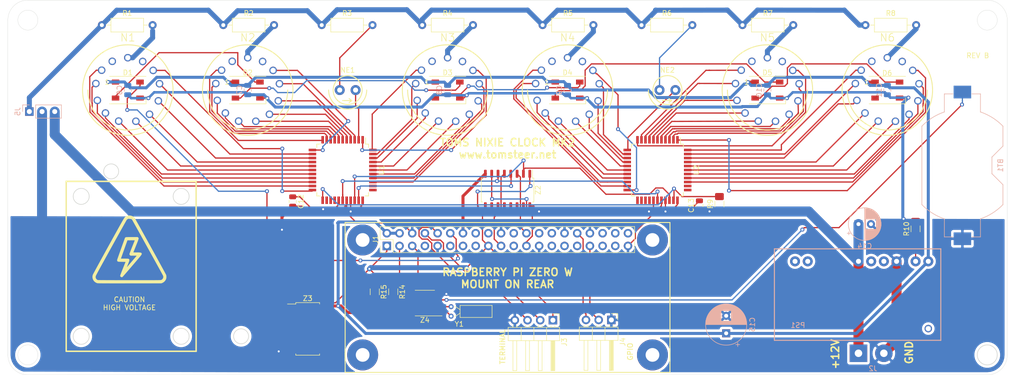
<source format=kicad_pcb>
(kicad_pcb (version 20171130) (host pcbnew 5.1.5+dfsg1-2build2)
  (layers (0 F.Cu signal) (31 B.Cu signal) (34 B.Paste user hide) (35 F.Paste user hide) (36 B.SilkS user) (37 F.SilkS user) (38 B.Mask user) (39 F.Mask user) (44 Edge.Cuts user))
  (net 0 "")
  (net 1 "Net-(NE1-Pad1)")
  (net 2 "Net-(NE2-Pad1)")
  (net 3 "Net-(NE1-Pad2)")
  (net 4 "Net-(NE2-Pad2)")
  (net 5 HV+)
  (net 6 "Net-(D1-Pad2)")
  (net 7 +5V)
  (net 8 GND)
  (net 9 LED_CTL)
  (net 10 "Net-(D2-Pad2)")
  (net 11 "Net-(D3-Pad2)")
  (net 12 "Net-(D4-Pad2)")
  (net 13 "Net-(D5-Pad2)")
  (net 14 CLK)
  (net 15 MOSI)
  (net 16 STROBE)
  (net 17 +12V)
  (net 18 "Net-(J1-Pad33)")
  (net 19 "Net-(J1-Pad32)")
  (net 20 "Net-(J1-Pad24)")
  (net 21 "Net-(J1-Pad23)")
  (net 22 "Net-(J1-Pad19)")
  (net 23 +3V3)
  (net 24 "Net-(J1-Pad12)")
  (net 25 "/Pi Interface/RXD")
  (net 26 "/Pi Interface/TXD")
  (net 27 "Net-(J1-Pad5)")
  (net 28 "Net-(J1-Pad3)")
  (net 29 "Net-(N1-Pad7)")
  (net 30 "Net-(N1-Pad12)")
  (net 31 "Net-(N1-Pad4)")
  (net 32 "Net-(N1-Pad3)")
  (net 33 "Net-(N1-Pad1)")
  (net 34 "Net-(N1-Pad5)")
  (net 35 "Net-(N1-Pad6)")
  (net 36 "Net-(N1-Pad10)")
  (net 37 "Net-(N1-Pad11)")
  (net 38 "Net-(N1-Pad8)")
  (net 39 "Net-(N1-Pad9)")
  (net 40 "Net-(N2-Pad7)")
  (net 41 "Net-(N2-Pad12)")
  (net 42 "Net-(N2-Pad4)")
  (net 43 "Net-(N2-Pad3)")
  (net 44 "Net-(N2-Pad1)")
  (net 45 "Net-(N2-Pad5)")
  (net 46 "Net-(N2-Pad6)")
  (net 47 "Net-(N2-Pad10)")
  (net 48 "Net-(N2-Pad11)")
  (net 49 "Net-(N2-Pad8)")
  (net 50 "Net-(N2-Pad9)")
  (net 51 "Net-(N3-Pad7)")
  (net 52 "Net-(N3-Pad12)")
  (net 53 "Net-(N3-Pad4)")
  (net 54 "Net-(N3-Pad3)")
  (net 55 "Net-(N3-Pad1)")
  (net 56 "Net-(N3-Pad5)")
  (net 57 "Net-(N3-Pad6)")
  (net 58 "Net-(N3-Pad10)")
  (net 59 "Net-(N3-Pad11)")
  (net 60 "Net-(N3-Pad8)")
  (net 61 "Net-(N3-Pad9)")
  (net 62 "Net-(N4-Pad7)")
  (net 63 "Net-(N4-Pad12)")
  (net 64 "Net-(N4-Pad4)")
  (net 65 "Net-(N4-Pad3)")
  (net 66 "Net-(N4-Pad1)")
  (net 67 "Net-(N4-Pad5)")
  (net 68 "Net-(N4-Pad6)")
  (net 69 "Net-(N4-Pad10)")
  (net 70 "Net-(N4-Pad11)")
  (net 71 "Net-(N4-Pad8)")
  (net 72 "Net-(N4-Pad9)")
  (net 73 "Net-(N5-Pad7)")
  (net 74 "Net-(N5-Pad12)")
  (net 75 "Net-(N5-Pad4)")
  (net 76 "Net-(N5-Pad3)")
  (net 77 "Net-(N5-Pad1)")
  (net 78 "Net-(N5-Pad5)")
  (net 79 "Net-(N5-Pad6)")
  (net 80 "Net-(N5-Pad10)")
  (net 81 "Net-(N5-Pad11)")
  (net 82 "Net-(N5-Pad8)")
  (net 83 "Net-(N5-Pad9)")
  (net 84 "Net-(N6-Pad7)")
  (net 85 "Net-(N6-Pad12)")
  (net 86 "Net-(N6-Pad4)")
  (net 87 "Net-(N6-Pad3)")
  (net 88 "Net-(N6-Pad1)")
  (net 89 "Net-(N6-Pad5)")
  (net 90 "Net-(N6-Pad6)")
  (net 91 "Net-(N6-Pad10)")
  (net 92 "Net-(N6-Pad11)")
  (net 93 "Net-(N6-Pad8)")
  (net 94 "Net-(N6-Pad9)")
  (net 95 "Net-(R9-Pad2)")
  (net 96 "Net-(Y1-Pad2)")
  (net 97 "Net-(Y1-Pad1)")
  (net 98 "/Pi Interface/VBAT")
  (net 99 "Net-(PS1-Pad2)")
  (module Pi-nixie:hv_symbol (layer F.Cu) (at 24.225 50.625)
    (fp_text reference G*** hide)
    (fp_text value LOGO hide)
  )
  (module Relays_THT:R_Axial_DIN0207_L6.3mm_D2.5mm_P10.16mm_Horizontal (layer F.Cu) (at 82.92 5)
    (fp_text reference R4 (at 5.08 -2.37) (layer F.SilkS))
    (fp_text value R_US)
    (pad 2 thru_hole oval (at 10.16 0) (size 1.6 1.6) (drill 0.8) (layers *.Cu *.Mask) (net 55 "Net-(N3-Pad1)"))
    (pad 1 thru_hole circle (at 0 0) (size 1.6 1.6) (drill 0.8) (layers *.Cu *.Mask) (net 5 HV+))
  )
  (module Housings_QFP:PQFP-44_10x10mm_P0.8mm (layer F.Cu) (at 130 34 270)
    (fp_text reference U2 (at 0 -7.8 90) (layer F.SilkS))
    (fp_text value HV5530)
    (pad 44 smd rect (at -4 -6.05 270) (size 0.52 1.5) (layers F.Cu F.Paste F.Mask) (net 87 "Net-(N6-Pad3)"))
    (pad 43 smd rect (at -3.2 -6.05 270) (size 0.52 1.5) (layers F.Cu F.Paste F.Mask) (net 86 "Net-(N6-Pad4)"))
    (pad 42 smd rect (at -2.4 -6.05 270) (size 0.52 1.5) (layers F.Cu F.Paste F.Mask) (net 89 "Net-(N6-Pad5)"))
    (pad 41 smd rect (at -1.6 -6.05 270) (size 0.52 1.5) (layers F.Cu F.Paste F.Mask) (net 90 "Net-(N6-Pad6)"))
    (pad 40 smd rect (at -0.8 -6.05 270) (size 0.52 1.5) (layers F.Cu F.Paste F.Mask) (net 84 "Net-(N6-Pad7)"))
    (pad 39 smd rect (at 0 -6.05 270) (size 0.52 1.5) (layers F.Cu F.Paste F.Mask) (net 93 "Net-(N6-Pad8)"))
    (pad 38 smd rect (at 0.8 -6.05 270) (size 0.52 1.5) (layers F.Cu F.Paste F.Mask) (net 94 "Net-(N6-Pad9)"))
    (pad 37 smd rect (at 1.6 -6.05 270) (size 0.52 1.5) (layers F.Cu F.Paste F.Mask) (net 91 "Net-(N6-Pad10)"))
    (pad 36 smd rect (at 2.4 -6.05 270) (size 0.52 1.5) (layers F.Cu F.Paste F.Mask) (net 92 "Net-(N6-Pad11)"))
    (pad 35 smd rect (at 3.2 -6.05 270) (size 0.52 1.5) (layers F.Cu F.Paste F.Mask))
    (pad 34 smd rect (at 4 -6.05 270) (size 0.52 1.5) (layers F.Cu F.Paste F.Mask))
    (pad 33 smd rect (at 6.05 -4 270) (size 1.5 0.52) (layers F.Cu F.Paste F.Mask) (net 17 +12V))
    (pad 32 smd rect (at 6.05 -3.2 270) (size 1.5 0.52) (layers F.Cu F.Paste F.Mask) (net 95 "Net-(R9-Pad2)"))
    (pad 31 smd rect (at 6.05 -2.4 270) (size 1.5 0.52) (layers F.Cu F.Paste F.Mask) (net 16 STROBE))
    (pad 30 smd rect (at 6.05 -1.6 270) (size 1.5 0.52) (layers F.Cu F.Paste F.Mask) (net 17 +12V))
    (pad 29 smd rect (at 6.05 -0.8 270) (size 1.5 0.52) (layers F.Cu F.Paste F.Mask) (net 8 GND))
    (pad 28 smd rect (at 6.05 0 270) (size 1.5 0.52) (layers F.Cu F.Paste F.Mask) (net 14 CLK))
    (pad 27 smd rect (at 6.05 0.8 270) (size 1.5 0.52) (layers F.Cu F.Paste F.Mask) (net 17 +12V))
    (pad 26 smd rect (at 6.05 1.6 270) (size 1.5 0.52) (layers F.Cu F.Paste F.Mask))
    (pad 25 smd rect (at 6.05 2.4 270) (size 1.5 0.52) (layers F.Cu F.Paste F.Mask))
    (pad 24 smd rect (at 6.05 3.2 270) (size 1.5 0.52) (layers F.Cu F.Paste F.Mask))
    (pad 23 smd rect (at 6.05 4 270) (size 1.5 0.52) (layers F.Cu F.Paste F.Mask))
    (pad 22 smd rect (at 4 6.05 270) (size 0.52 1.5) (layers F.Cu F.Paste F.Mask) (net 63 "Net-(N4-Pad12)"))
    (pad 21 smd rect (at 3.2 6.05 270) (size 0.52 1.5) (layers F.Cu F.Paste F.Mask) (net 65 "Net-(N4-Pad3)"))
    (pad 20 smd rect (at 2.4 6.05 270) (size 0.52 1.5) (layers F.Cu F.Paste F.Mask) (net 64 "Net-(N4-Pad4)"))
    (pad 19 smd rect (at 1.6 6.05 270) (size 0.52 1.5) (layers F.Cu F.Paste F.Mask) (net 67 "Net-(N4-Pad5)"))
    (pad 18 smd rect (at 0.8 6.05 270) (size 0.52 1.5) (layers F.Cu F.Paste F.Mask) (net 68 "Net-(N4-Pad6)"))
    (pad 17 smd rect (at 0 6.05 270) (size 0.52 1.5) (layers F.Cu F.Paste F.Mask) (net 62 "Net-(N4-Pad7)"))
    (pad 16 smd rect (at -0.8 6.05 270) (size 0.52 1.5) (layers F.Cu F.Paste F.Mask) (net 71 "Net-(N4-Pad8)"))
    (pad 15 smd rect (at -1.6 6.05 270) (size 0.52 1.5) (layers F.Cu F.Paste F.Mask) (net 72 "Net-(N4-Pad9)"))
    (pad 14 smd rect (at -2.4 6.05 270) (size 0.52 1.5) (layers F.Cu F.Paste F.Mask) (net 69 "Net-(N4-Pad10)"))
    (pad 13 smd rect (at -3.2 6.05 270) (size 0.52 1.5) (layers F.Cu F.Paste F.Mask) (net 70 "Net-(N4-Pad11)"))
    (pad 12 smd rect (at -4 6.05 270) (size 0.52 1.5) (layers F.Cu F.Paste F.Mask) (net 2 "Net-(NE2-Pad1)"))
    (pad 11 smd rect (at -6.05 4 270) (size 1.5 0.52) (layers F.Cu F.Paste F.Mask) (net 74 "Net-(N5-Pad12)"))
    (pad 10 smd rect (at -6.05 3.2 270) (size 1.5 0.52) (layers F.Cu F.Paste F.Mask) (net 76 "Net-(N5-Pad3)"))
    (pad 9 smd rect (at -6.05 2.4 270) (size 1.5 0.52) (layers F.Cu F.Paste F.Mask) (net 75 "Net-(N5-Pad4)"))
    (pad 8 smd rect (at -6.05 1.6 270) (size 1.5 0.52) (layers F.Cu F.Paste F.Mask) (net 78 "Net-(N5-Pad5)"))
    (pad 7 smd rect (at -6.05 0.8 270) (size 1.5 0.52) (layers F.Cu F.Paste F.Mask) (net 79 "Net-(N5-Pad6)"))
    (pad 6 smd rect (at -6.05 0 270) (size 1.5 0.52) (layers F.Cu F.Paste F.Mask) (net 73 "Net-(N5-Pad7)"))
    (pad 5 smd rect (at -6.05 -0.8 270) (size 1.5 0.52) (layers F.Cu F.Paste F.Mask) (net 82 "Net-(N5-Pad8)"))
    (pad 4 smd rect (at -6.05 -1.6 270) (size 1.5 0.52) (layers F.Cu F.Paste F.Mask) (net 83 "Net-(N5-Pad9)"))
    (pad 3 smd rect (at -6.05 -2.4 270) (size 1.5 0.52) (layers F.Cu F.Paste F.Mask) (net 80 "Net-(N5-Pad10)"))
    (pad 2 smd rect (at -6.05 -3.2 270) (size 1.5 0.52) (layers F.Cu F.Paste F.Mask) (net 81 "Net-(N5-Pad11)"))
    (pad 1 smd rect (at -6.05 -4 270) (size 1.5 0.52) (layers F.Cu F.Paste F.Mask) (net 85 "Net-(N6-Pad12)"))
  )
  (module Housings_QFP:PQFP-44_10x10mm_P0.8mm (layer F.Cu) (at 67 34 270)
    (fp_text reference U1 (at 0 -7.8 90) (layer F.SilkS))
    (fp_text value HV5530)
    (pad 44 smd rect (at -4 -6.05 270) (size 0.52 1.5) (layers F.Cu F.Paste F.Mask) (net 54 "Net-(N3-Pad3)"))
    (pad 43 smd rect (at -3.2 -6.05 270) (size 0.52 1.5) (layers F.Cu F.Paste F.Mask) (net 53 "Net-(N3-Pad4)"))
    (pad 42 smd rect (at -2.4 -6.05 270) (size 0.52 1.5) (layers F.Cu F.Paste F.Mask) (net 56 "Net-(N3-Pad5)"))
    (pad 41 smd rect (at -1.6 -6.05 270) (size 0.52 1.5) (layers F.Cu F.Paste F.Mask) (net 57 "Net-(N3-Pad6)"))
    (pad 40 smd rect (at -0.8 -6.05 270) (size 0.52 1.5) (layers F.Cu F.Paste F.Mask) (net 51 "Net-(N3-Pad7)"))
    (pad 39 smd rect (at 0 -6.05 270) (size 0.52 1.5) (layers F.Cu F.Paste F.Mask) (net 60 "Net-(N3-Pad8)"))
    (pad 38 smd rect (at 0.8 -6.05 270) (size 0.52 1.5) (layers F.Cu F.Paste F.Mask) (net 61 "Net-(N3-Pad9)"))
    (pad 37 smd rect (at 1.6 -6.05 270) (size 0.52 1.5) (layers F.Cu F.Paste F.Mask) (net 58 "Net-(N3-Pad10)"))
    (pad 36 smd rect (at 2.4 -6.05 270) (size 0.52 1.5) (layers F.Cu F.Paste F.Mask) (net 59 "Net-(N3-Pad11)"))
    (pad 35 smd rect (at 3.2 -6.05 270) (size 0.52 1.5) (layers F.Cu F.Paste F.Mask))
    (pad 34 smd rect (at 4 -6.05 270) (size 0.52 1.5) (layers F.Cu F.Paste F.Mask))
    (pad 33 smd rect (at 6.05 -4 270) (size 1.5 0.52) (layers F.Cu F.Paste F.Mask) (net 17 +12V))
    (pad 32 smd rect (at 6.05 -3.2 270) (size 1.5 0.52) (layers F.Cu F.Paste F.Mask) (net 15 MOSI))
    (pad 31 smd rect (at 6.05 -2.4 270) (size 1.5 0.52) (layers F.Cu F.Paste F.Mask) (net 16 STROBE))
    (pad 30 smd rect (at 6.05 -1.6 270) (size 1.5 0.52) (layers F.Cu F.Paste F.Mask) (net 17 +12V))
    (pad 29 smd rect (at 6.05 -0.8 270) (size 1.5 0.52) (layers F.Cu F.Paste F.Mask) (net 8 GND))
    (pad 28 smd rect (at 6.05 0 270) (size 1.5 0.52) (layers F.Cu F.Paste F.Mask) (net 14 CLK))
    (pad 27 smd rect (at 6.05 0.8 270) (size 1.5 0.52) (layers F.Cu F.Paste F.Mask) (net 17 +12V))
    (pad 26 smd rect (at 6.05 1.6 270) (size 1.5 0.52) (layers F.Cu F.Paste F.Mask))
    (pad 25 smd rect (at 6.05 2.4 270) (size 1.5 0.52) (layers F.Cu F.Paste F.Mask))
    (pad 24 smd rect (at 6.05 3.2 270) (size 1.5 0.52) (layers F.Cu F.Paste F.Mask))
    (pad 23 smd rect (at 6.05 4 270) (size 1.5 0.52) (layers F.Cu F.Paste F.Mask) (net 95 "Net-(R9-Pad2)"))
    (pad 22 smd rect (at 4 6.05 270) (size 0.52 1.5) (layers F.Cu F.Paste F.Mask) (net 30 "Net-(N1-Pad12)"))
    (pad 21 smd rect (at 3.2 6.05 270) (size 0.52 1.5) (layers F.Cu F.Paste F.Mask) (net 32 "Net-(N1-Pad3)"))
    (pad 20 smd rect (at 2.4 6.05 270) (size 0.52 1.5) (layers F.Cu F.Paste F.Mask) (net 31 "Net-(N1-Pad4)"))
    (pad 19 smd rect (at 1.6 6.05 270) (size 0.52 1.5) (layers F.Cu F.Paste F.Mask) (net 34 "Net-(N1-Pad5)"))
    (pad 18 smd rect (at 0.8 6.05 270) (size 0.52 1.5) (layers F.Cu F.Paste F.Mask) (net 35 "Net-(N1-Pad6)"))
    (pad 17 smd rect (at 0 6.05 270) (size 0.52 1.5) (layers F.Cu F.Paste F.Mask) (net 29 "Net-(N1-Pad7)"))
    (pad 16 smd rect (at -0.8 6.05 270) (size 0.52 1.5) (layers F.Cu F.Paste F.Mask) (net 38 "Net-(N1-Pad8)"))
    (pad 15 smd rect (at -1.6 6.05 270) (size 0.52 1.5) (layers F.Cu F.Paste F.Mask) (net 39 "Net-(N1-Pad9)"))
    (pad 14 smd rect (at -2.4 6.05 270) (size 0.52 1.5) (layers F.Cu F.Paste F.Mask) (net 36 "Net-(N1-Pad10)"))
    (pad 13 smd rect (at -3.2 6.05 270) (size 0.52 1.5) (layers F.Cu F.Paste F.Mask) (net 37 "Net-(N1-Pad11)"))
    (pad 12 smd rect (at -4 6.05 270) (size 0.52 1.5) (layers F.Cu F.Paste F.Mask) (net 41 "Net-(N2-Pad12)"))
    (pad 11 smd rect (at -6.05 4 270) (size 1.5 0.52) (layers F.Cu F.Paste F.Mask) (net 43 "Net-(N2-Pad3)"))
    (pad 10 smd rect (at -6.05 3.2 270) (size 1.5 0.52) (layers F.Cu F.Paste F.Mask) (net 42 "Net-(N2-Pad4)"))
    (pad 9 smd rect (at -6.05 2.4 270) (size 1.5 0.52) (layers F.Cu F.Paste F.Mask) (net 45 "Net-(N2-Pad5)"))
    (pad 8 smd rect (at -6.05 1.6 270) (size 1.5 0.52) (layers F.Cu F.Paste F.Mask) (net 46 "Net-(N2-Pad6)"))
    (pad 7 smd rect (at -6.05 0.8 270) (size 1.5 0.52) (layers F.Cu F.Paste F.Mask) (net 40 "Net-(N2-Pad7)"))
    (pad 6 smd rect (at -6.05 0 270) (size 1.5 0.52) (layers F.Cu F.Paste F.Mask) (net 49 "Net-(N2-Pad8)"))
    (pad 5 smd rect (at -6.05 -0.8 270) (size 1.5 0.52) (layers F.Cu F.Paste F.Mask) (net 50 "Net-(N2-Pad9)"))
    (pad 4 smd rect (at -6.05 -1.6 270) (size 1.5 0.52) (layers F.Cu F.Paste F.Mask) (net 47 "Net-(N2-Pad10)"))
    (pad 3 smd rect (at -6.05 -2.4 270) (size 1.5 0.52) (layers F.Cu F.Paste F.Mask) (net 48 "Net-(N2-Pad11)"))
    (pad 2 smd rect (at -6.05 -3.2 270) (size 1.5 0.52) (layers F.Cu F.Paste F.Mask) (net 1 "Net-(NE1-Pad1)"))
    (pad 1 smd rect (at -6.05 -4 270) (size 1.5 0.52) (layers F.Cu F.Paste F.Mask) (net 52 "Net-(N3-Pad12)"))
  )
  (module Capacitors_THT:CP_Radial_D8.0mm_P3.50mm (layer B.Cu) (at 143.75 66.675 90)
    (fp_text reference C15 (at 1.75 5.25 270) (layer B.SilkS) (effects (justify mirror)))
    (fp_text value "680uF 10V")
    (pad 2 thru_hole circle (at 3.5 0 90) (size 1.6 1.6) (drill 0.8) (layers *.Cu *.Mask) (net 8 GND))
    (pad 1 thru_hole rect (at 0 0 90) (size 1.6 1.6) (drill 0.8) (layers *.Cu *.Mask) (net 7 +5V))
  )
  (module Capacitors_THT:CP_Radial_D6.3mm_P2.50mm (layer B.Cu) (at 170.225 44.825)
    (fp_text reference C14 (at 1.25 4.4) (layer B.SilkS) (effects (justify mirror)))
    (fp_text value "270uF 16V")
    (pad 2 thru_hole circle (at 2.5 0) (size 1.6 1.6) (drill 0.8) (layers *.Cu *.Mask) (net 8 GND))
    (pad 1 thru_hole rect (at 0 0) (size 1.6 1.6) (drill 0.8) (layers *.Cu *.Mask) (net 17 +12V))
  )
  (module Resistors_SMD:R_1206_3216Metric_Pad1.42x1.75mm_HandSolder (layer F.Cu) (at 181.65 45.775 90)
    (fp_text reference R10 (at 0 -1.82 90) (layer F.SilkS))
    (fp_text value R_US)
    (pad 2 smd roundrect (at 1.4875 0 90) (size 1.425 1.75) (layers F.Cu F.Paste F.Mask) (roundrect_rratio 0.175439) (net 8 GND))
    (pad 1 smd roundrect (at -1.4875 0 90) (size 1.425 1.75) (layers F.Cu F.Paste F.Mask) (roundrect_rratio 0.175439) (net 99 "Net-(PS1-Pad2)"))
  )
  (module Pi-nixie:DELPHI_NC06_REGULATOR (layer B.Cu) (at 186.7 49.775)
    (fp_text reference PS1 (at -28.6 15.3) (layer B.SilkS) (effects (justify mirror)))
    (fp_text value DELPHI_NC06)
    (pad 9 thru_hole circle (at -2.5 15.96) (size 1.5 1.5) (drill 1) (layers *.Cu *.Mask))
    (pad 8 thru_hole circle (at -29.17 2.5) (size 2 2) (drill 1) (layers *.Cu *.Mask))
    (pad 7 thru_hole circle (at -26.63 2.5) (size 2 2) (drill 1) (layers *.Cu *.Mask))
    (pad 6 thru_hole circle (at -16.47 2.5) (size 2 2) (drill 1) (layers *.Cu *.Mask) (net 17 +12V))
    (pad 5 thru_hole circle (at -13.93 2.5) (size 2 2) (drill 1) (layers *.Cu *.Mask))
    (pad 4 thru_hole circle (at -11.39 2.5) (size 2 2) (drill 1) (layers *.Cu *.Mask))
    (pad 3 thru_hole circle (at -8.85 2.5) (size 2 2) (drill 1) (layers *.Cu *.Mask) (net 8 GND))
    (pad 2 thru_hole circle (at -5.04 2.5) (size 2 2) (drill 1) (layers *.Cu *.Mask) (net 99 "Net-(PS1-Pad2)"))
    (pad 1 thru_hole circle (at -2.5 2.5) (size 2 2) (drill 1) (layers *.Cu *.Mask) (net 7 +5V))
  )
  (module Pin_Headers:PinHeader_1x03_P2.54mm_Vertical (layer B.Cu) (at 4.3 22.3 270)
    (fp_text reference J5 (at 0 2.33 90) (layer B.SilkS) (effects (justify mirror)))
    (fp_text value Conn_01x03_Female)
    (pad 3 thru_hole oval (at 0 -5.08 270) (size 1.7 1.7) (drill 1) (layers *.Cu *.Mask) (net 17 +12V))
    (pad 2 thru_hole oval (at 0 -2.54 270) (size 1.7 1.7) (drill 1) (layers *.Cu *.Mask) (net 8 GND))
    (pad 1 thru_hole rect (at 0 0 270) (size 1.7 1.7) (drill 1) (layers *.Cu *.Mask) (net 5 HV+))
  )
  (module Battery_Holders:BatteryHolder_Keystone_1058_1x2032 (layer B.Cu) (at 191.025 33.075 270)
    (fp_text reference BT1 (at 0 -7.62 90) (layer B.SilkS) (effects (justify mirror)))
    (fp_text value Battery_Cell)
    (pad 2 smd rect (at 14.68 0 270) (size 2.54 3.51) (layers B.Cu B.Paste B.Mask) (net 8 GND))
    (pad 1 smd rect (at -14.68 0 270) (size 2.54 3.51) (layers B.Cu B.Paste B.Mask) (net 98 "/Pi Interface/VBAT"))
  )
  (module Connector_Wire:SolderWirePad_1x02_P5.08mm_Drill1.5mm (layer B.Cu) (at 170.225 70.675)
    (fp_text reference J2 (at 2.9 3.05) (layer B.SilkS) (effects (justify mirror)))
    (fp_text value Conn_01x02)
    (pad 2 thru_hole circle (at 5.08 0) (size 3.50012 3.50012) (drill 1.50114) (layers *.Cu *.Mask) (net 8 GND))
    (pad 1 thru_hole rect (at 0 0) (size 3.50012 3.50012) (drill 1.50114) (layers *.Cu *.Mask) (net 17 +12V))
  )
  (module Crystals:Crystal_DS26_D2.0mm_L6.0mm_Horizontal (layer F.Cu) (at 88.7 63.25 90)
    (fp_text reference Y1 (at -1.57 1.625) (layer F.SilkS))
    (fp_text value 32.768kHz)
    (pad 2 thru_hole circle (at 1.9 0 90) (size 1 1) (drill 0.5) (layers *.Cu *.Mask) (net 96 "Net-(Y1-Pad2)"))
    (pad 1 thru_hole circle (at 0 0 90) (size 1 1) (drill 0.5) (layers *.Cu *.Mask) (net 97 "Net-(Y1-Pad1)"))
  )
  (module Housings_SOIC:SO-8_3.9x4.9mm_P1.27mm (layer F.Cu) (at 83.45 60.625 180)
    (fp_text reference Z4 (at 0 -3.4) (layer F.SilkS))
    (fp_text value DS1307+)
    (pad 8 smd roundrect (at 2.575 -1.905 180) (size 1.75 0.6) (layers F.Cu F.Paste F.Mask) (net 7 +5V))
    (pad 7 smd roundrect (at 2.575 -0.635 180) (size 1.75 0.6) (layers F.Cu F.Paste F.Mask))
    (pad 6 smd roundrect (at 2.575 0.635 180) (size 1.75 0.6) (layers F.Cu F.Paste F.Mask) (net 27 "Net-(J1-Pad5)"))
    (pad 5 smd roundrect (at 2.575 1.905 180) (size 1.75 0.6) (layers F.Cu F.Paste F.Mask) (net 28 "Net-(J1-Pad3)"))
    (pad 4 smd roundrect (at -2.575 1.905 180) (size 1.75 0.6) (layers F.Cu F.Paste F.Mask) (net 8 GND))
    (pad 3 smd roundrect (at -2.575 0.635 180) (size 1.75 0.6) (layers F.Cu F.Paste F.Mask) (net 98 "/Pi Interface/VBAT"))
    (pad 2 smd roundrect (at -2.575 -0.635 180) (size 1.75 0.6) (layers F.Cu F.Paste F.Mask) (net 96 "Net-(Y1-Pad2)"))
    (pad 1 smd roundrect (at -2.575 -1.905 180) (size 1.75 0.6) (layers F.Cu F.Paste F.Mask) (net 97 "Net-(Y1-Pad1)"))
  )
  (module Resistors_SMD:R_1206_3216Metric_Pad1.42x1.75mm_HandSolder (layer F.Cu) (at 73.425 58.375 270)
    (fp_text reference R15 (at 0 -1.82 90) (layer F.SilkS))
    (fp_text value R_US)
    (pad 2 smd roundrect (at 1.4875 0 270) (size 1.425 1.75) (layers F.Cu F.Paste F.Mask) (roundrect_rratio 0.175439) (net 27 "Net-(J1-Pad5)"))
    (pad 1 smd roundrect (at -1.4875 0 270) (size 1.425 1.75) (layers F.Cu F.Paste F.Mask) (roundrect_rratio 0.175439) (net 23 +3V3))
  )
  (module Resistors_SMD:R_1206_3216Metric_Pad1.42x1.75mm_HandSolder (layer F.Cu) (at 77.125 58.375 270)
    (fp_text reference R14 (at 0 -1.82 90) (layer F.SilkS))
    (fp_text value R_US)
    (pad 2 smd roundrect (at 1.4875 0 270) (size 1.425 1.75) (layers F.Cu F.Paste F.Mask) (roundrect_rratio 0.175439) (net 28 "Net-(J1-Pad3)"))
    (pad 1 smd roundrect (at -1.4875 0 270) (size 1.425 1.75) (layers F.Cu F.Paste F.Mask) (roundrect_rratio 0.175439) (net 23 +3V3))
  )
  (module Housings_SOIC:SOIC-16_4.55x10.3mm_P1.27mm (layer F.Cu) (at 100 38 270)
    (fp_text reference Z2 (at 0 -6.1 90) (layer F.SilkS))
    (fp_text value CD4504B)
    (pad 16 smd roundrect (at 3.25 -4.445 270) (size 1.6 0.55) (layers F.Cu F.Paste F.Mask) (net 17 +12V))
    (pad 15 smd roundrect (at 3.25 -3.175 270) (size 1.6 0.55) (layers F.Cu F.Paste F.Mask))
    (pad 14 smd roundrect (at 3.25 -1.905 270) (size 1.6 0.55) (layers F.Cu F.Paste F.Mask))
    (pad 13 smd roundrect (at 3.25 -0.635 270) (size 1.6 0.55) (layers F.Cu F.Paste F.Mask))
    (pad 12 smd roundrect (at 3.25 0.635 270) (size 1.6 0.55) (layers F.Cu F.Paste F.Mask))
    (pad 11 smd roundrect (at 3.25 1.905 270) (size 1.6 0.55) (layers F.Cu F.Paste F.Mask))
    (pad 10 smd roundrect (at 3.25 3.175 270) (size 1.6 0.55) (layers F.Cu F.Paste F.Mask))
    (pad 9 smd roundrect (at 3.25 4.445 270) (size 1.6 0.55) (layers F.Cu F.Paste F.Mask))
    (pad 8 smd roundrect (at -3.25 4.445 270) (size 1.6 0.55) (layers F.Cu F.Paste F.Mask) (net 8 GND))
    (pad 7 smd roundrect (at -3.25 3.175 270) (size 1.6 0.55) (layers F.Cu F.Paste F.Mask) (net 21 "Net-(J1-Pad23)"))
    (pad 6 smd roundrect (at -3.25 1.905 270) (size 1.6 0.55) (layers F.Cu F.Paste F.Mask) (net 14 CLK))
    (pad 5 smd roundrect (at -3.25 0.635 270) (size 1.6 0.55) (layers F.Cu F.Paste F.Mask) (net 22 "Net-(J1-Pad19)"))
    (pad 4 smd roundrect (at -3.25 -0.635 270) (size 1.6 0.55) (layers F.Cu F.Paste F.Mask) (net 15 MOSI))
    (pad 3 smd roundrect (at -3.25 -1.905 270) (size 1.6 0.55) (layers F.Cu F.Paste F.Mask) (net 20 "Net-(J1-Pad24)"))
    (pad 2 smd roundrect (at -3.25 -3.175 270) (size 1.6 0.55) (layers F.Cu F.Paste F.Mask) (net 16 STROBE))
    (pad 1 smd roundrect (at -3.25 -4.445 270) (size 1.6 0.55) (layers F.Cu F.Paste F.Mask) (net 23 +3V3))
  )
  (module Resistors_SMD:R_1206_3216Metric_Pad1.42x1.75mm_HandSolder (layer F.Cu) (at 142.4 40.8 90)
    (fp_text reference R9 (at 0 -1.82 90) (layer F.SilkS))
    (fp_text value R_US)
    (pad 2 smd roundrect (at 1.4875 0 90) (size 1.425 1.75) (layers F.Cu F.Paste F.Mask) (roundrect_rratio 0.175439) (net 95 "Net-(R9-Pad2)"))
    (pad 1 smd roundrect (at -1.4875 0 90) (size 1.425 1.75) (layers F.Cu F.Paste F.Mask) (roundrect_rratio 0.175439) (net 17 +12V))
  )
  (module Housings_SOIC:SOIC-16_4.55x10.3mm_P1.27mm (layer F.Cu) (at 60 65.8)
    (fp_text reference Z3 (at 0 -6.1) (layer F.SilkS))
    (fp_text value CD4504B)
    (pad 16 smd roundrect (at 3.25 -4.445) (size 1.6 0.55) (layers F.Cu F.Paste F.Mask) (net 7 +5V))
    (pad 15 smd roundrect (at 3.25 -3.175) (size 1.6 0.55) (layers F.Cu F.Paste F.Mask))
    (pad 14 smd roundrect (at 3.25 -1.905) (size 1.6 0.55) (layers F.Cu F.Paste F.Mask))
    (pad 13 smd roundrect (at 3.25 -0.635) (size 1.6 0.55) (layers F.Cu F.Paste F.Mask))
    (pad 12 smd roundrect (at 3.25 0.635) (size 1.6 0.55) (layers F.Cu F.Paste F.Mask))
    (pad 11 smd roundrect (at 3.25 1.905) (size 1.6 0.55) (layers F.Cu F.Paste F.Mask))
    (pad 10 smd roundrect (at 3.25 3.175) (size 1.6 0.55) (layers F.Cu F.Paste F.Mask))
    (pad 9 smd roundrect (at 3.25 4.445) (size 1.6 0.55) (layers F.Cu F.Paste F.Mask))
    (pad 8 smd roundrect (at -3.25 4.445) (size 1.6 0.55) (layers F.Cu F.Paste F.Mask) (net 8 GND))
    (pad 7 smd roundrect (at -3.25 3.175) (size 1.6 0.55) (layers F.Cu F.Paste F.Mask))
    (pad 6 smd roundrect (at -3.25 1.905) (size 1.6 0.55) (layers F.Cu F.Paste F.Mask))
    (pad 5 smd roundrect (at -3.25 0.635) (size 1.6 0.55) (layers F.Cu F.Paste F.Mask))
    (pad 4 smd roundrect (at -3.25 -0.635) (size 1.6 0.55) (layers F.Cu F.Paste F.Mask))
    (pad 3 smd roundrect (at -3.25 -1.905) (size 1.6 0.55) (layers F.Cu F.Paste F.Mask) (net 24 "Net-(J1-Pad12)"))
    (pad 2 smd roundrect (at -3.25 -3.175) (size 1.6 0.55) (layers F.Cu F.Paste F.Mask) (net 9 LED_CTL))
    (pad 1 smd roundrect (at -3.25 -4.445) (size 1.6 0.55) (layers F.Cu F.Paste F.Mask) (net 23 +3V3))
  )
  (module Pi-nixie:IN-3 (layer F.Cu) (at 132 18 180)
    (fp_text reference NE2 (at 0 4) (layer F.SilkS))
    (fp_text value Lamp_Neon)
    (pad 2 thru_hole circle (at 1.5875 0 180) (size 2 2) (drill 1.016) (layers *.Cu *.Mask) (net 4 "Net-(NE2-Pad2)"))
    (pad 1 thru_hole circle (at -1.5875 0 180) (size 2 2) (drill 1.016) (layers *.Cu *.Mask) (net 2 "Net-(NE2-Pad1)"))
  )
  (module Pi-nixie:IN-3 (layer F.Cu) (at 68 18 180)
    (fp_text reference NE1 (at 0 4) (layer F.SilkS))
    (fp_text value Lamp_Neon)
    (pad 2 thru_hole circle (at 1.5875 0 180) (size 2 2) (drill 1.016) (layers *.Cu *.Mask) (net 3 "Net-(NE1-Pad2)"))
    (pad 1 thru_hole circle (at -1.5875 0 180) (size 2 2) (drill 1.016) (layers *.Cu *.Mask) (net 1 "Net-(NE1-Pad1)"))
  )
  (module Pi-nixie:IN-14-mod (layer F.Cu) (at 176 18 180)
    (fp_text reference N6 (at 0 10.5) (layer F.SilkS) (effects (font (size 1.524 1.524))))
    (fp_text value SECS_B1 hide)
    (pad 13 thru_hole circle (at -2.978 5.725 180) (size 1.5 1.5) (drill 1.016) (layers *.Cu *.Mask))
    (pad 7 thru_hole circle (at 1.822 -6.213) (size 1.5 1.5) (drill 1.016) (layers *.Cu *.Mask) (net 84 "Net-(N6-Pad7)"))
    (pad 2 thru_hole circle (at 3.104 5.752 180) (size 1.5 1.5) (drill 1.016) (layers *.Cu *.Mask))
    (pad 12 thru_hole circle (at -5.08 3.937 180) (size 1.5 1.5) (drill 1.016) (layers *.Cu *.Mask) (net 85 "Net-(N6-Pad12)"))
    (pad 4 thru_hole circle (at 6.393 1.307 180) (size 1.5 1.5) (drill 1.016) (layers *.Cu *.Mask) (net 86 "Net-(N6-Pad4)"))
    (pad 3 thru_hole circle (at 5.232 3.973 180) (size 1.5 1.5) (drill 1.016) (layers *.Cu *.Mask) (net 87 "Net-(N6-Pad3)"))
    (pad 1 thru_hole circle (at 0 6.477 180) (size 1.5 1.5) (drill 1.016) (layers *.Cu *.Mask) (net 88 "Net-(N6-Pad1)"))
    (pad 5 thru_hole circle (at 6.089 -2.063 180) (size 1.5 1.5) (drill 1.016) (layers *.Cu *.Mask) (net 89 "Net-(N6-Pad5)"))
    (pad 6 thru_hole circle (at 4.469 -4.594 180) (size 1.5 1.5) (drill 1.016) (layers *.Cu *.Mask) (net 90 "Net-(N6-Pad6)"))
    (pad 10 thru_hole circle (at -6.12 -2.154 180) (size 1.5 1.5) (drill 1.016) (layers *.Cu *.Mask) (net 91 "Net-(N6-Pad10)"))
    (pad 11 thru_hole circle (at -6.35 1.27 180) (size 1.5 1.5) (drill 1.016) (layers *.Cu *.Mask) (net 92 "Net-(N6-Pad11)"))
    (pad 8 thru_hole circle (at -1.621 -6.243) (size 1.5 1.5) (drill 1.016) (layers *.Cu *.Mask) (net 93 "Net-(N6-Pad8)"))
    (pad 9 thru_hole circle (at -4.348 -4.846 180) (size 1.5 1.5) (drill 1.016) (layers *.Cu *.Mask) (net 94 "Net-(N6-Pad9)"))
  )
  (module Pi-nixie:IN-14-mod (layer F.Cu) (at 152 18 180)
    (fp_text reference N5 (at 0 10.5) (layer F.SilkS) (effects (font (size 1.524 1.524))))
    (fp_text value SECS_A1 hide)
    (pad 13 thru_hole circle (at -2.978 5.725 180) (size 1.5 1.5) (drill 1.016) (layers *.Cu *.Mask))
    (pad 7 thru_hole circle (at 1.822 -6.213) (size 1.5 1.5) (drill 1.016) (layers *.Cu *.Mask) (net 73 "Net-(N5-Pad7)"))
    (pad 2 thru_hole circle (at 3.104 5.752 180) (size 1.5 1.5) (drill 1.016) (layers *.Cu *.Mask))
    (pad 12 thru_hole circle (at -5.08 3.937 180) (size 1.5 1.5) (drill 1.016) (layers *.Cu *.Mask) (net 74 "Net-(N5-Pad12)"))
    (pad 4 thru_hole circle (at 6.393 1.307 180) (size 1.5 1.5) (drill 1.016) (layers *.Cu *.Mask) (net 75 "Net-(N5-Pad4)"))
    (pad 3 thru_hole circle (at 5.232 3.973 180) (size 1.5 1.5) (drill 1.016) (layers *.Cu *.Mask) (net 76 "Net-(N5-Pad3)"))
    (pad 1 thru_hole circle (at 0 6.477 180) (size 1.5 1.5) (drill 1.016) (layers *.Cu *.Mask) (net 77 "Net-(N5-Pad1)"))
    (pad 5 thru_hole circle (at 6.089 -2.063 180) (size 1.5 1.5) (drill 1.016) (layers *.Cu *.Mask) (net 78 "Net-(N5-Pad5)"))
    (pad 6 thru_hole circle (at 4.469 -4.594 180) (size 1.5 1.5) (drill 1.016) (layers *.Cu *.Mask) (net 79 "Net-(N5-Pad6)"))
    (pad 10 thru_hole circle (at -6.12 -2.154 180) (size 1.5 1.5) (drill 1.016) (layers *.Cu *.Mask) (net 80 "Net-(N5-Pad10)"))
    (pad 11 thru_hole circle (at -6.35 1.27 180) (size 1.5 1.5) (drill 1.016) (layers *.Cu *.Mask) (net 81 "Net-(N5-Pad11)"))
    (pad 8 thru_hole circle (at -1.621 -6.243) (size 1.5 1.5) (drill 1.016) (layers *.Cu *.Mask) (net 82 "Net-(N5-Pad8)"))
    (pad 9 thru_hole circle (at -4.348 -4.846 180) (size 1.5 1.5) (drill 1.016) (layers *.Cu *.Mask) (net 83 "Net-(N5-Pad9)"))
  )
  (module Pi-nixie:IN-14-mod (layer F.Cu) (at 112 18 180)
    (fp_text reference N4 (at 0 10.5) (layer F.SilkS) (effects (font (size 1.524 1.524))))
    (fp_text value MINS_B1 hide)
    (pad 13 thru_hole circle (at -2.978 5.725 180) (size 1.5 1.5) (drill 1.016) (layers *.Cu *.Mask))
    (pad 7 thru_hole circle (at 1.822 -6.213) (size 1.5 1.5) (drill 1.016) (layers *.Cu *.Mask) (net 62 "Net-(N4-Pad7)"))
    (pad 2 thru_hole circle (at 3.104 5.752 180) (size 1.5 1.5) (drill 1.016) (layers *.Cu *.Mask))
    (pad 12 thru_hole circle (at -5.08 3.937 180) (size 1.5 1.5) (drill 1.016) (layers *.Cu *.Mask) (net 63 "Net-(N4-Pad12)"))
    (pad 4 thru_hole circle (at 6.393 1.307 180) (size 1.5 1.5) (drill 1.016) (layers *.Cu *.Mask) (net 64 "Net-(N4-Pad4)"))
    (pad 3 thru_hole circle (at 5.232 3.973 180) (size 1.5 1.5) (drill 1.016) (layers *.Cu *.Mask) (net 65 "Net-(N4-Pad3)"))
    (pad 1 thru_hole circle (at 0 6.477 180) (size 1.5 1.5) (drill 1.016) (layers *.Cu *.Mask) (net 66 "Net-(N4-Pad1)"))
    (pad 5 thru_hole circle (at 6.089 -2.063 180) (size 1.5 1.5) (drill 1.016) (layers *.Cu *.Mask) (net 67 "Net-(N4-Pad5)"))
    (pad 6 thru_hole circle (at 4.469 -4.594 180) (size 1.5 1.5) (drill 1.016) (layers *.Cu *.Mask) (net 68 "Net-(N4-Pad6)"))
    (pad 10 thru_hole circle (at -6.12 -2.154 180) (size 1.5 1.5) (drill 1.016) (layers *.Cu *.Mask) (net 69 "Net-(N4-Pad10)"))
    (pad 11 thru_hole circle (at -6.35 1.27 180) (size 1.5 1.5) (drill 1.016) (layers *.Cu *.Mask) (net 70 "Net-(N4-Pad11)"))
    (pad 8 thru_hole circle (at -1.621 -6.243) (size 1.5 1.5) (drill 1.016) (layers *.Cu *.Mask) (net 71 "Net-(N4-Pad8)"))
    (pad 9 thru_hole circle (at -4.348 -4.846 180) (size 1.5 1.5) (drill 1.016) (layers *.Cu *.Mask) (net 72 "Net-(N4-Pad9)"))
  )
  (module Pi-nixie:IN-14-mod (layer F.Cu) (at 88 18 180)
    (fp_text reference N3 (at 0 10.5) (layer F.SilkS) (effects (font (size 1.524 1.524))))
    (fp_text value MINS_A1 hide)
    (pad 13 thru_hole circle (at -2.978 5.725 180) (size 1.5 1.5) (drill 1.016) (layers *.Cu *.Mask))
    (pad 7 thru_hole circle (at 1.822 -6.213) (size 1.5 1.5) (drill 1.016) (layers *.Cu *.Mask) (net 51 "Net-(N3-Pad7)"))
    (pad 2 thru_hole circle (at 3.104 5.752 180) (size 1.5 1.5) (drill 1.016) (layers *.Cu *.Mask))
    (pad 12 thru_hole circle (at -5.08 3.937 180) (size 1.5 1.5) (drill 1.016) (layers *.Cu *.Mask) (net 52 "Net-(N3-Pad12)"))
    (pad 4 thru_hole circle (at 6.393 1.307 180) (size 1.5 1.5) (drill 1.016) (layers *.Cu *.Mask) (net 53 "Net-(N3-Pad4)"))
    (pad 3 thru_hole circle (at 5.232 3.973 180) (size 1.5 1.5) (drill 1.016) (layers *.Cu *.Mask) (net 54 "Net-(N3-Pad3)"))
    (pad 1 thru_hole circle (at 0 6.477 180) (size 1.5 1.5) (drill 1.016) (layers *.Cu *.Mask) (net 55 "Net-(N3-Pad1)"))
    (pad 5 thru_hole circle (at 6.089 -2.063 180) (size 1.5 1.5) (drill 1.016) (layers *.Cu *.Mask) (net 56 "Net-(N3-Pad5)"))
    (pad 6 thru_hole circle (at 4.469 -4.594 180) (size 1.5 1.5) (drill 1.016) (layers *.Cu *.Mask) (net 57 "Net-(N3-Pad6)"))
    (pad 10 thru_hole circle (at -6.12 -2.154 180) (size 1.5 1.5) (drill 1.016) (layers *.Cu *.Mask) (net 58 "Net-(N3-Pad10)"))
    (pad 11 thru_hole circle (at -6.35 1.27 180) (size 1.5 1.5) (drill 1.016) (layers *.Cu *.Mask) (net 59 "Net-(N3-Pad11)"))
    (pad 8 thru_hole circle (at -1.621 -6.243) (size 1.5 1.5) (drill 1.016) (layers *.Cu *.Mask) (net 60 "Net-(N3-Pad8)"))
    (pad 9 thru_hole circle (at -4.348 -4.846 180) (size 1.5 1.5) (drill 1.016) (layers *.Cu *.Mask) (net 61 "Net-(N3-Pad9)"))
  )
  (module Pi-nixie:IN-14-mod (layer F.Cu) (at 48 18 180)
    (fp_text reference N2 (at 0 10.5) (layer F.SilkS) (effects (font (size 1.524 1.524))))
    (fp_text value HOURS_B1 hide)
    (pad 13 thru_hole circle (at -2.978 5.725 180) (size 1.5 1.5) (drill 1.016) (layers *.Cu *.Mask))
    (pad 7 thru_hole circle (at 1.822 -6.213) (size 1.5 1.5) (drill 1.016) (layers *.Cu *.Mask) (net 40 "Net-(N2-Pad7)"))
    (pad 2 thru_hole circle (at 3.104 5.752 180) (size 1.5 1.5) (drill 1.016) (layers *.Cu *.Mask))
    (pad 12 thru_hole circle (at -5.08 3.937 180) (size 1.5 1.5) (drill 1.016) (layers *.Cu *.Mask) (net 41 "Net-(N2-Pad12)"))
    (pad 4 thru_hole circle (at 6.393 1.307 180) (size 1.5 1.5) (drill 1.016) (layers *.Cu *.Mask) (net 42 "Net-(N2-Pad4)"))
    (pad 3 thru_hole circle (at 5.232 3.973 180) (size 1.5 1.5) (drill 1.016) (layers *.Cu *.Mask) (net 43 "Net-(N2-Pad3)"))
    (pad 1 thru_hole circle (at 0 6.477 180) (size 1.5 1.5) (drill 1.016) (layers *.Cu *.Mask) (net 44 "Net-(N2-Pad1)"))
    (pad 5 thru_hole circle (at 6.089 -2.063 180) (size 1.5 1.5) (drill 1.016) (layers *.Cu *.Mask) (net 45 "Net-(N2-Pad5)"))
    (pad 6 thru_hole circle (at 4.469 -4.594 180) (size 1.5 1.5) (drill 1.016) (layers *.Cu *.Mask) (net 46 "Net-(N2-Pad6)"))
    (pad 10 thru_hole circle (at -6.12 -2.154 180) (size 1.5 1.5) (drill 1.016) (layers *.Cu *.Mask) (net 47 "Net-(N2-Pad10)"))
    (pad 11 thru_hole circle (at -6.35 1.27 180) (size 1.5 1.5) (drill 1.016) (layers *.Cu *.Mask) (net 48 "Net-(N2-Pad11)"))
    (pad 8 thru_hole circle (at -1.621 -6.243) (size 1.5 1.5) (drill 1.016) (layers *.Cu *.Mask) (net 49 "Net-(N2-Pad8)"))
    (pad 9 thru_hole circle (at -4.348 -4.846 180) (size 1.5 1.5) (drill 1.016) (layers *.Cu *.Mask) (net 50 "Net-(N2-Pad9)"))
  )
  (module Pi-nixie:IN-14-mod (layer F.Cu) (at 24 18 180)
    (fp_text reference N1 (at 0 10.5) (layer F.SilkS) (effects (font (size 1.524 1.524))))
    (fp_text value HOURS_A1 hide)
    (pad 13 thru_hole circle (at -2.978 5.725 180) (size 1.5 1.5) (drill 1.016) (layers *.Cu *.Mask))
    (pad 7 thru_hole circle (at 1.822 -6.213) (size 1.5 1.5) (drill 1.016) (layers *.Cu *.Mask) (net 29 "Net-(N1-Pad7)"))
    (pad 2 thru_hole circle (at 3.104 5.752 180) (size 1.5 1.5) (drill 1.016) (layers *.Cu *.Mask))
    (pad 12 thru_hole circle (at -5.08 3.937 180) (size 1.5 1.5) (drill 1.016) (layers *.Cu *.Mask) (net 30 "Net-(N1-Pad12)"))
    (pad 4 thru_hole circle (at 6.393 1.307 180) (size 1.5 1.5) (drill 1.016) (layers *.Cu *.Mask) (net 31 "Net-(N1-Pad4)"))
    (pad 3 thru_hole circle (at 5.232 3.973 180) (size 1.5 1.5) (drill 1.016) (layers *.Cu *.Mask) (net 32 "Net-(N1-Pad3)"))
    (pad 1 thru_hole circle (at 0 6.477 180) (size 1.5 1.5) (drill 1.016) (layers *.Cu *.Mask) (net 33 "Net-(N1-Pad1)"))
    (pad 5 thru_hole circle (at 6.089 -2.063 180) (size 1.5 1.5) (drill 1.016) (layers *.Cu *.Mask) (net 34 "Net-(N1-Pad5)"))
    (pad 6 thru_hole circle (at 4.469 -4.594 180) (size 1.5 1.5) (drill 1.016) (layers *.Cu *.Mask) (net 35 "Net-(N1-Pad6)"))
    (pad 10 thru_hole circle (at -6.12 -2.154 180) (size 1.5 1.5) (drill 1.016) (layers *.Cu *.Mask) (net 36 "Net-(N1-Pad10)"))
    (pad 11 thru_hole circle (at -6.35 1.27 180) (size 1.5 1.5) (drill 1.016) (layers *.Cu *.Mask) (net 37 "Net-(N1-Pad11)"))
    (pad 8 thru_hole circle (at -1.621 -6.243) (size 1.5 1.5) (drill 1.016) (layers *.Cu *.Mask) (net 38 "Net-(N1-Pad8)"))
    (pad 9 thru_hole circle (at -4.348 -4.846 180) (size 1.5 1.5) (drill 1.016) (layers *.Cu *.Mask) (net 39 "Net-(N1-Pad9)"))
  )
  (module Pin_Headers:PinHeader_1x03_P2.54mm_Horizontal (layer F.Cu) (at 120.775 64 270)
    (fp_text reference J4 (at 4.385 -2.27 90) (layer F.SilkS))
    (fp_text value GPIO)
    (pad 3 thru_hole oval (at 0 5.08 270) (size 1.7 1.7) (drill 1) (layers *.Cu *.Mask) (net 19 "Net-(J1-Pad32)"))
    (pad 2 thru_hole oval (at 0 2.54 270) (size 1.7 1.7) (drill 1) (layers *.Cu *.Mask) (net 18 "Net-(J1-Pad33)"))
    (pad 1 thru_hole rect (at 0 0 270) (size 1.7 1.7) (drill 1) (layers *.Cu *.Mask) (net 8 GND))
  )
  (module Pin_Headers:PinHeader_1x04_P2.54mm_Horizontal (layer F.Cu) (at 109.075 64.05 270)
    (fp_text reference J3 (at 4.385 -2.27 90) (layer F.SilkS))
    (fp_text value TERMINAL)
    (pad 4 thru_hole oval (at 0 7.62 270) (size 1.7 1.7) (drill 1) (layers *.Cu *.Mask) (net 8 GND))
    (pad 3 thru_hole oval (at 0 5.08 270) (size 1.7 1.7) (drill 1) (layers *.Cu *.Mask) (net 25 "/Pi Interface/RXD"))
    (pad 2 thru_hole oval (at 0 2.54 270) (size 1.7 1.7) (drill 1) (layers *.Cu *.Mask) (net 26 "/Pi Interface/TXD"))
    (pad 1 thru_hole rect (at 0 0 270) (size 1.7 1.7) (drill 1) (layers *.Cu *.Mask) (net 23 +3V3))
  )
  (module Capacitors_SMD:C_0805_2012Metric (layer F.Cu) (at 138.4 41.1 90)
    (fp_text reference C13 (at 0 -1.65 90) (layer F.SilkS))
    (fp_text value "0.1uF 100V")
    (pad 2 smd roundrect (at 0.9375 0 90) (size 0.975 1.4) (layers F.Cu F.Paste F.Mask) (net 8 GND))
    (pad 1 smd roundrect (at -0.9375 0 90) (size 0.975 1.4) (layers F.Cu F.Paste F.Mask) (net 17 +12V))
  )
  (module Capacitors_SMD:C_0805_2012Metric (layer F.Cu) (at 57 40.3 270)
    (fp_text reference C12 (at 0 -1.65 90) (layer F.SilkS))
    (fp_text value "0.1uF 100V")
    (pad 2 smd roundrect (at 0.9375 0 270) (size 0.975 1.4) (layers F.Cu F.Paste F.Mask) (net 8 GND))
    (pad 1 smd roundrect (at -0.9375 0 270) (size 0.975 1.4) (layers F.Cu F.Paste F.Mask) (net 17 +12V))
  )
  (module Capacitors_SMD:C_0805_2012Metric (layer B.Cu) (at 176 18 270)
    (fp_text reference C11 (at 0 1.65 90) (layer B.SilkS) (effects (justify mirror)))
    (fp_text value "0.1uF 100V")
    (pad 2 smd roundrect (at 0.9375 0 270) (size 0.975 1.4) (layers B.Cu B.Paste B.Mask) (net 8 GND))
    (pad 1 smd roundrect (at -0.9375 0 270) (size 0.975 1.4) (layers B.Cu B.Paste B.Mask) (net 7 +5V))
  )
  (module Capacitors_SMD:C_0805_2012Metric (layer B.Cu) (at 152 18 270)
    (fp_text reference C10 (at 0 1.65 90) (layer B.SilkS) (effects (justify mirror)))
    (fp_text value "0.1uF 100V")
    (pad 2 smd roundrect (at 0.9375 0 270) (size 0.975 1.4) (layers B.Cu B.Paste B.Mask) (net 8 GND))
    (pad 1 smd roundrect (at -0.9375 0 270) (size 0.975 1.4) (layers B.Cu B.Paste B.Mask) (net 7 +5V))
  )
  (module Capacitors_SMD:C_0805_2012Metric (layer B.Cu) (at 112 18 270)
    (fp_text reference C9 (at 0 1.65 90) (layer B.SilkS) (effects (justify mirror)))
    (fp_text value "0.1uF 100V")
    (pad 2 smd roundrect (at 0.9375 0 270) (size 0.975 1.4) (layers B.Cu B.Paste B.Mask) (net 8 GND))
    (pad 1 smd roundrect (at -0.9375 0 270) (size 0.975 1.4) (layers B.Cu B.Paste B.Mask) (net 7 +5V))
  )
  (module Capacitors_SMD:C_0805_2012Metric (layer B.Cu) (at 88 18 270)
    (fp_text reference C8 (at 0 1.65 90) (layer B.SilkS) (effects (justify mirror)))
    (fp_text value "0.1uF 100V")
    (pad 2 smd roundrect (at 0.9375 0 270) (size 0.975 1.4) (layers B.Cu B.Paste B.Mask) (net 8 GND))
    (pad 1 smd roundrect (at -0.9375 0 270) (size 0.975 1.4) (layers B.Cu B.Paste B.Mask) (net 7 +5V))
  )
  (module Capacitors_SMD:C_0805_2012Metric (layer B.Cu) (at 48 18 270)
    (fp_text reference C7 (at 0 1.65 270) (layer B.SilkS) (effects (justify mirror)))
    (fp_text value "0.1uF 100V")
    (pad 2 smd roundrect (at 0.9375 0 270) (size 0.975 1.4) (layers B.Cu B.Paste B.Mask) (net 8 GND))
    (pad 1 smd roundrect (at -0.9375 0 270) (size 0.975 1.4) (layers B.Cu B.Paste B.Mask) (net 7 +5V))
  )
  (module Capacitors_SMD:C_0805_2012Metric (layer B.Cu) (at 24 18 270)
    (fp_text reference C6 (at 0 1.65 270) (layer B.SilkS) (effects (justify mirror)))
    (fp_text value "0.1uF 100V")
    (pad 2 smd roundrect (at 0.9375 0 270) (size 0.975 1.4) (layers B.Cu B.Paste B.Mask) (net 8 GND))
    (pad 1 smd roundrect (at -0.9375 0 270) (size 0.975 1.4) (layers B.Cu B.Paste B.Mask) (net 7 +5V))
  )
  (module Pi-nixie:Raspberry_Pi_Zero (layer F.Cu) (at 100 48 180)
    (fp_text reference J1 (at 26.39 0.08 270) (layer F.SilkS))
    (fp_text value Raspberry_Pi_2_3)
    (pad "" thru_hole circle (at 29 -23 180) (size 6.2 6.2) (drill 2.75) (layers *.Cu *.Mask))
    (pad "" thru_hole circle (at -29 -23 180) (size 6.2 6.2) (drill 2.75) (layers *.Cu *.Mask))
    (pad "" thru_hole circle (at -29 0 180) (size 6.2 6.2) (drill 2.75) (layers *.Cu *.Mask))
    (pad "" thru_hole circle (at 29 0 180) (size 6.2 6.2) (drill 2.75) (layers *.Cu *.Mask))
    (pad 40 thru_hole oval (at -24.1 1.35 90) (size 1.7 1.7) (drill 1) (layers *.Cu *.Mask))
    (pad 39 thru_hole oval (at -24.1 -1.19 90) (size 1.7 1.7) (drill 1) (layers *.Cu *.Mask) (net 8 GND))
    (pad 38 thru_hole oval (at -21.56 1.35 90) (size 1.7 1.7) (drill 1) (layers *.Cu *.Mask))
    (pad 37 thru_hole oval (at -21.56 -1.19 90) (size 1.7 1.7) (drill 1) (layers *.Cu *.Mask))
    (pad 36 thru_hole oval (at -19.02 1.35 90) (size 1.7 1.7) (drill 1) (layers *.Cu *.Mask))
    (pad 35 thru_hole oval (at -19.02 -1.19 90) (size 1.7 1.7) (drill 1) (layers *.Cu *.Mask))
    (pad 34 thru_hole oval (at -16.48 1.35 90) (size 1.7 1.7) (drill 1) (layers *.Cu *.Mask) (net 8 GND))
    (pad 33 thru_hole oval (at -16.48 -1.19 90) (size 1.7 1.7) (drill 1) (layers *.Cu *.Mask) (net 18 "Net-(J1-Pad33)"))
    (pad 32 thru_hole oval (at -13.94 1.35 90) (size 1.7 1.7) (drill 1) (layers *.Cu *.Mask) (net 19 "Net-(J1-Pad32)"))
    (pad 31 thru_hole oval (at -13.94 -1.19 90) (size 1.7 1.7) (drill 1) (layers *.Cu *.Mask))
    (pad 30 thru_hole oval (at -11.4 1.35 90) (size 1.7 1.7) (drill 1) (layers *.Cu *.Mask) (net 8 GND))
    (pad 29 thru_hole oval (at -11.4 -1.19 90) (size 1.7 1.7) (drill 1) (layers *.Cu *.Mask))
    (pad 28 thru_hole oval (at -8.86 1.35 90) (size 1.7 1.7) (drill 1) (layers *.Cu *.Mask))
    (pad 27 thru_hole oval (at -8.86 -1.19 90) (size 1.7 1.7) (drill 1) (layers *.Cu *.Mask))
    (pad 26 thru_hole oval (at -6.32 1.35 90) (size 1.7 1.7) (drill 1) (layers *.Cu *.Mask))
    (pad 25 thru_hole oval (at -6.32 -1.19 90) (size 1.7 1.7) (drill 1) (layers *.Cu *.Mask) (net 8 GND))
    (pad 24 thru_hole oval (at -3.78 1.35 90) (size 1.7 1.7) (drill 1) (layers *.Cu *.Mask) (net 20 "Net-(J1-Pad24)"))
    (pad 23 thru_hole oval (at -3.78 -1.19 90) (size 1.7 1.7) (drill 1) (layers *.Cu *.Mask) (net 21 "Net-(J1-Pad23)"))
    (pad 22 thru_hole oval (at -1.24 1.35 90) (size 1.7 1.7) (drill 1) (layers *.Cu *.Mask))
    (pad 21 thru_hole oval (at -1.24 -1.19 90) (size 1.7 1.7) (drill 1) (layers *.Cu *.Mask))
    (pad 20 thru_hole oval (at 1.3 1.35 90) (size 1.7 1.7) (drill 1) (layers *.Cu *.Mask) (net 8 GND))
    (pad 19 thru_hole oval (at 1.3 -1.19 90) (size 1.7 1.7) (drill 1) (layers *.Cu *.Mask) (net 22 "Net-(J1-Pad19)"))
    (pad 18 thru_hole oval (at 3.84 1.35 90) (size 1.7 1.7) (drill 1) (layers *.Cu *.Mask))
    (pad 17 thru_hole oval (at 3.84 -1.19 90) (size 1.7 1.7) (drill 1) (layers *.Cu *.Mask) (net 23 +3V3))
    (pad 16 thru_hole oval (at 6.38 1.35 90) (size 1.7 1.7) (drill 1) (layers *.Cu *.Mask))
    (pad 15 thru_hole oval (at 6.38 -1.19 90) (size 1.7 1.7) (drill 1) (layers *.Cu *.Mask))
    (pad 14 thru_hole oval (at 8.92 1.35 90) (size 1.7 1.7) (drill 1) (layers *.Cu *.Mask) (net 8 GND))
    (pad 13 thru_hole oval (at 8.92 -1.19 90) (size 1.7 1.7) (drill 1) (layers *.Cu *.Mask))
    (pad 12 thru_hole oval (at 11.46 1.35 90) (size 1.7 1.7) (drill 1) (layers *.Cu *.Mask) (net 24 "Net-(J1-Pad12)"))
    (pad 11 thru_hole oval (at 11.46 -1.19 90) (size 1.7 1.7) (drill 1) (layers *.Cu *.Mask))
    (pad 10 thru_hole oval (at 14 1.35 90) (size 1.7 1.7) (drill 1) (layers *.Cu *.Mask) (net 25 "/Pi Interface/RXD"))
    (pad 9 thru_hole oval (at 14 -1.19 90) (size 1.7 1.7) (drill 1) (layers *.Cu *.Mask) (net 8 GND))
    (pad 8 thru_hole oval (at 16.54 1.35 90) (size 1.7 1.7) (drill 1) (layers *.Cu *.Mask) (net 26 "/Pi Interface/TXD"))
    (pad 7 thru_hole oval (at 16.54 -1.19 90) (size 1.7 1.7) (drill 1) (layers *.Cu *.Mask))
    (pad 6 thru_hole oval (at 19.08 1.35 90) (size 1.7 1.7) (drill 1) (layers *.Cu *.Mask) (net 8 GND))
    (pad 5 thru_hole oval (at 19.08 -1.19 90) (size 1.7 1.7) (drill 1) (layers *.Cu *.Mask) (net 27 "Net-(J1-Pad5)"))
    (pad 4 thru_hole oval (at 21.62 1.35 90) (size 1.7 1.7) (drill 1) (layers *.Cu *.Mask) (net 7 +5V))
    (pad 3 thru_hole oval (at 21.62 -1.19 90) (size 1.7 1.7) (drill 1) (layers *.Cu *.Mask) (net 28 "Net-(J1-Pad3)"))
    (pad 2 thru_hole oval (at 24.16 1.35 90) (size 1.7 1.7) (drill 1) (layers *.Cu *.Mask) (net 7 +5V))
    (pad 1 thru_hole rect (at 24.16 -1.19 90) (size 1.7 1.7) (drill 1) (layers *.Cu *.Mask) (net 23 +3V3))
  )
  (module Relays_THT:R_Axial_DIN0207_L6.3mm_D2.5mm_P10.16mm_Horizontal (layer F.Cu) (at 171.61 5)
    (fp_text reference R8 (at 5.08 -2.37) (layer F.SilkS))
    (fp_text value R_US)
    (pad 2 thru_hole oval (at 10.16 0) (size 1.6 1.6) (drill 0.8) (layers *.Cu *.Mask) (net 88 "Net-(N6-Pad1)"))
    (pad 1 thru_hole circle (at 0 0) (size 1.6 1.6) (drill 0.8) (layers *.Cu *.Mask) (net 5 HV+))
  )
  (module Relays_THT:R_Axial_DIN0207_L6.3mm_D2.5mm_P10.16mm_Horizontal (layer F.Cu) (at 147.01 5)
    (fp_text reference R7 (at 5.08 -2.37) (layer F.SilkS))
    (fp_text value R_US)
    (pad 2 thru_hole oval (at 10.16 0) (size 1.6 1.6) (drill 0.8) (layers *.Cu *.Mask) (net 77 "Net-(N5-Pad1)"))
    (pad 1 thru_hole circle (at 0 0) (size 1.6 1.6) (drill 0.8) (layers *.Cu *.Mask) (net 5 HV+))
  )
  (module Relays_THT:R_Axial_DIN0207_L6.3mm_D2.5mm_P10.16mm_Horizontal (layer F.Cu) (at 43.11 5)
    (fp_text reference R2 (at 5.08 -2.37) (layer F.SilkS))
    (fp_text value R_US)
    (pad 2 thru_hole oval (at 10.16 0) (size 1.6 1.6) (drill 0.8) (layers *.Cu *.Mask) (net 44 "Net-(N2-Pad1)"))
    (pad 1 thru_hole circle (at 0 0) (size 1.6 1.6) (drill 0.8) (layers *.Cu *.Mask) (net 5 HV+))
  )
  (module Relays_THT:R_Axial_DIN0207_L6.3mm_D2.5mm_P10.16mm_Horizontal (layer F.Cu) (at 107.01 5)
    (fp_text reference R5 (at 5.08 -2.37) (layer F.SilkS))
    (fp_text value R_US)
    (pad 2 thru_hole oval (at 10.16 0) (size 1.6 1.6) (drill 0.8) (layers *.Cu *.Mask) (net 66 "Net-(N4-Pad1)"))
    (pad 1 thru_hole circle (at 0 0) (size 1.6 1.6) (drill 0.8) (layers *.Cu *.Mask) (net 5 HV+))
  )
  (module Relays_THT:R_Axial_DIN0207_L6.3mm_D2.5mm_P10.16mm_Horizontal (layer F.Cu) (at 126.81 5)
    (fp_text reference R6 (at 5.08 -2.37) (layer F.SilkS))
    (fp_text value R_US)
    (pad 2 thru_hole oval (at 10.16 0) (size 1.6 1.6) (drill 0.8) (layers *.Cu *.Mask) (net 4 "Net-(NE2-Pad2)"))
    (pad 1 thru_hole circle (at 0 0) (size 1.6 1.6) (drill 0.8) (layers *.Cu *.Mask) (net 5 HV+))
  )
  (module Relays_THT:R_Axial_DIN0207_L6.3mm_D2.5mm_P10.16mm_Horizontal (layer F.Cu) (at 62.81 5)
    (fp_text reference R3 (at 5.08 -2.37) (layer F.SilkS))
    (fp_text value R_US)
    (pad 2 thru_hole oval (at 10.16 0) (size 1.6 1.6) (drill 0.8) (layers *.Cu *.Mask) (net 3 "Net-(NE1-Pad2)"))
    (pad 1 thru_hole circle (at 0 0) (size 1.6 1.6) (drill 0.8) (layers *.Cu *.Mask) (net 5 HV+))
  )
  (module Relays_THT:R_Axial_DIN0207_L6.3mm_D2.5mm_P10.16mm_Horizontal (layer F.Cu) (at 18.81 5)
    (fp_text reference R1 (at 5.08 -2.37) (layer F.SilkS))
    (fp_text value R_US)
    (pad 2 thru_hole oval (at 10.16 0) (size 1.6 1.6) (drill 0.8) (layers *.Cu *.Mask) (net 33 "Net-(N1-Pad1)"))
    (pad 1 thru_hole circle (at 0 0) (size 1.6 1.6) (drill 0.8) (layers *.Cu *.Mask) (net 5 HV+))
  )
  (module LEDs:LED_WS2812B_PLCC4_5.0x5.0mm_P3.2mm (layer F.Cu) (at 176 18)
    (fp_text reference D6 (at -0.025 -3.4) (layer F.SilkS))
    (fp_text value WS2812B)
    (fp_text user 1 (at -4.15 -1.6) (layer F.SilkS))
    (pad 1 smd rect (at -2.45 -1.6) (size 1.5 1) (layers F.Cu F.Paste F.Mask) (net 7 +5V))
    (pad 2 smd rect (at -2.45 1.6) (size 1.5 1) (layers F.Cu F.Paste F.Mask))
    (pad 4 smd rect (at 2.45 -1.6) (size 1.5 1) (layers F.Cu F.Paste F.Mask) (net 13 "Net-(D5-Pad2)"))
    (pad 3 smd rect (at 2.45 1.6) (size 1.5 1) (layers F.Cu F.Paste F.Mask) (net 8 GND))
  )
  (module LEDs:LED_WS2812B_PLCC4_5.0x5.0mm_P3.2mm (layer F.Cu) (at 152 18)
    (fp_text reference D5 (at 0 -3.5) (layer F.SilkS))
    (fp_text value WS2812B)
    (fp_text user 1 (at -4.15 -1.6) (layer F.SilkS))
    (pad 1 smd rect (at -2.45 -1.6) (size 1.5 1) (layers F.Cu F.Paste F.Mask) (net 7 +5V))
    (pad 2 smd rect (at -2.45 1.6) (size 1.5 1) (layers F.Cu F.Paste F.Mask) (net 13 "Net-(D5-Pad2)"))
    (pad 4 smd rect (at 2.45 -1.6) (size 1.5 1) (layers F.Cu F.Paste F.Mask) (net 12 "Net-(D4-Pad2)"))
    (pad 3 smd rect (at 2.45 1.6) (size 1.5 1) (layers F.Cu F.Paste F.Mask) (net 8 GND))
  )
  (module LEDs:LED_WS2812B_PLCC4_5.0x5.0mm_P3.2mm (layer F.Cu) (at 112 18)
    (fp_text reference D4 (at 0 -3.5) (layer F.SilkS))
    (fp_text value WS2812B)
    (fp_text user 1 (at -4.15 -1.6) (layer F.SilkS))
    (pad 1 smd rect (at -2.45 -1.6) (size 1.5 1) (layers F.Cu F.Paste F.Mask) (net 7 +5V))
    (pad 2 smd rect (at -2.45 1.6) (size 1.5 1) (layers F.Cu F.Paste F.Mask) (net 12 "Net-(D4-Pad2)"))
    (pad 4 smd rect (at 2.45 -1.6) (size 1.5 1) (layers F.Cu F.Paste F.Mask) (net 11 "Net-(D3-Pad2)"))
    (pad 3 smd rect (at 2.45 1.6) (size 1.5 1) (layers F.Cu F.Paste F.Mask) (net 8 GND))
  )
  (module LEDs:LED_WS2812B_PLCC4_5.0x5.0mm_P3.2mm (layer F.Cu) (at 88 18)
    (fp_text reference D3 (at 0 -3.5) (layer F.SilkS))
    (fp_text value WS2812B)
    (fp_text user 1 (at -4.15 -1.6) (layer F.SilkS))
    (pad 1 smd rect (at -2.45 -1.6) (size 1.5 1) (layers F.Cu F.Paste F.Mask) (net 7 +5V))
    (pad 2 smd rect (at -2.45 1.6) (size 1.5 1) (layers F.Cu F.Paste F.Mask) (net 11 "Net-(D3-Pad2)"))
    (pad 4 smd rect (at 2.45 -1.6) (size 1.5 1) (layers F.Cu F.Paste F.Mask) (net 10 "Net-(D2-Pad2)"))
    (pad 3 smd rect (at 2.45 1.6) (size 1.5 1) (layers F.Cu F.Paste F.Mask) (net 8 GND))
  )
  (module LEDs:LED_WS2812B_PLCC4_5.0x5.0mm_P3.2mm (layer F.Cu) (at 48 18)
    (fp_text reference D2 (at 0 -3.5) (layer F.SilkS))
    (fp_text value WS2812B)
    (fp_text user 1 (at -4.15 -1.6) (layer F.SilkS))
    (pad 1 smd rect (at -2.45 -1.6) (size 1.5 1) (layers F.Cu F.Paste F.Mask) (net 7 +5V))
    (pad 2 smd rect (at -2.45 1.6) (size 1.5 1) (layers F.Cu F.Paste F.Mask) (net 10 "Net-(D2-Pad2)"))
    (pad 4 smd rect (at 2.45 -1.6) (size 1.5 1) (layers F.Cu F.Paste F.Mask) (net 6 "Net-(D1-Pad2)"))
    (pad 3 smd rect (at 2.45 1.6) (size 1.5 1) (layers F.Cu F.Paste F.Mask) (net 8 GND))
  )
  (module LEDs:LED_WS2812B_PLCC4_5.0x5.0mm_P3.2mm (layer F.Cu) (at 24 18)
    (fp_text reference D1 (at 0 -3.5) (layer F.SilkS))
    (fp_text value WS2812B)
    (fp_text user 1 (at -4.15 -1.6) (layer F.SilkS))
    (pad 1 smd rect (at -2.45 -1.6) (size 1.5 1) (layers F.Cu F.Paste F.Mask) (net 7 +5V))
    (pad 2 smd rect (at -2.45 1.6) (size 1.5 1) (layers F.Cu F.Paste F.Mask) (net 6 "Net-(D1-Pad2)"))
    (pad 4 smd rect (at 2.45 -1.6) (size 1.5 1) (layers F.Cu F.Paste F.Mask) (net 9 LED_CTL))
    (pad 3 smd rect (at 2.45 1.6) (size 1.5 1) (layers F.Cu F.Paste F.Mask) (net 8 GND))
  )
  (gr_circle (center 20.675 34.275) (end 22.175 34.275) (layer Edge.Cuts) (width 0.12))
  (gr_circle (center 46.675 67.275) (end 48.175 67.275) (layer Edge.Cuts) (width 0.12))
  (gr_circle (center 34.675 39.275) (end 36.275 39.275) (layer Edge.Cuts) (width 0.12))
  (gr_circle (center 14.675 39.275) (end 16.275 39.275) (layer Edge.Cuts) (width 0.12))
  (gr_circle (center 34.675 67.275) (end 36.275 67.275) (layer Edge.Cuts) (width 0.12))
  (gr_circle (center 14.675 67.275) (end 16.275 67.275) (layer Edge.Cuts) (width 0.12))
  (gr_line (start 37.675 70.275) (end 11.675 70.275) (layer F.SilkS) (width 0.3))
  (gr_line (start 37.675 36.275) (end 37.675 70.275) (layer F.SilkS) (width 0.3))
  (gr_line (start 11.675 36.275) (end 37.675 36.275) (layer F.SilkS) (width 0.3))
  (gr_line (start 11.675 36.275) (end 11.675 70.275) (layer F.SilkS) (width 0.3))
  (gr_text "CAUTION\nHIGH VOLTAGE" (at 24.325 60.725) (layer F.SilkS) (effects (font (size 1 1))))
  (gr_text "REV B" (at 194.1 11.1) (layer F.SilkS) (effects (font (size 1 1))))
  (gr_text GPIO (at 124.55 70.35 90) (layer F.SilkS) (effects (font (size 1 1) (thickness 0.19))))
  (gr_text TERMINAL (at 99 69.375 90) (layer F.SilkS) (effects (font (size 1 1) (thickness 0.19))))
  (gr_text +12V (at 165.575 70.85 90) (layer F.SilkS) (effects (font (size 1.5 1.5) (thickness 0.3))))
  (gr_text GND (at 180.35 70.525 90) (layer F.SilkS) (effects (font (size 1.5 1.5) (thickness 0.3))))
  (gr_text "TOMS NIXIE CLOCK MK2\nwww.tomsteer.net" (at 100 29.7) (layer F.SilkS) (effects (font (size 1.5 1.5) (thickness 0.3))))
  (gr_arc (start 196 4) (end 200 4) (angle -90) (layer Edge.Cuts) (width 0.05))
  (gr_circle (center 196 4) (end 198 4) (layer Edge.Cuts) (width 0.05))
  (gr_arc (start 196 71) (end 196 75) (angle -90) (layer Edge.Cuts) (width 0.05))
  (gr_circle (center 196 71) (end 198 71) (layer Edge.Cuts) (width 0.12))
  (gr_arc (start 4 71) (end 0 71) (angle -90) (layer Edge.Cuts) (width 0.05))
  (gr_circle (center 4 71) (end 6 71) (layer Edge.Cuts) (width 0.05))
  (gr_arc (start 4 4) (end 4 0) (angle -90) (layer Edge.Cuts) (width 0.05))
  (gr_circle (center 4 4) (end 6 4) (layer Edge.Cuts) (width 0.05))
  (gr_text "RASPBERRY PI ZERO W\nMOUNT ON REAR" (at 100 55.65) (layer F.SilkS) (effects (font (size 1.5 1.5) (thickness 0.3))))
  (gr_line (start 0 4) (end 0 71) (layer Edge.Cuts) (width 0.05))
  (gr_line (start 196 75) (end 4 75) (layer Edge.Cuts) (width 0.05))
  (gr_line (start 200 4) (end 200 71) (layer Edge.Cuts) (width 0.05))
  (gr_line (start 4 0) (end 196 0) (layer Edge.Cuts) (width 0.05))
  (segment (start 70.349499 27.930501) (end 70.2 28.08) (width 0.25) (layer F.Cu) (net 1))
  (segment (start 70.2 21.7875) (end 70.2 28.08) (width 0.25) (layer F.Cu) (net 1))
  (segment (start 69.5875 21.175) (end 69.5875 18) (width 0.25) (layer F.Cu) (net 1))
  (segment (start 70.2 21.7875) (end 69.5875 21.175) (width 0.25) (layer F.Cu) (net 1))
  (segment (start 124.08 27.5075) (end 133.5875 18) (width 0.25) (layer F.Cu) (net 2))
  (segment (start 124.08 30) (end 124.08 27.5075) (width 0.25) (layer F.Cu) (net 2))
  (segment (start 66.4125 11.5575) (end 72.97 5) (width 0.25) (layer F.Cu) (net 3))
  (segment (start 66.4125 18) (end 66.4125 11.5575) (width 0.25) (layer F.Cu) (net 3))
  (segment (start 130.4125 11.5575) (end 136.97 5) (width 0.25) (layer B.Cu) (net 4))
  (segment (start 130.4125 18) (end 130.4125 11.5575) (width 0.25) (layer B.Cu) (net 4))
  (segment (start 170.39 5) (end 167.41 2.02) (width 1) (layer B.Cu) (net 5))
  (segment (start 171.61 5) (end 170.39 5) (width 1) (layer B.Cu) (net 5))
  (segment (start 167.41 2.02) (end 150.09 2) (width 1) (layer B.Cu) (net 5))
  (segment (start 167.39863 2) (end 167.41 2.02) (width 1) (layer B.Cu) (net 5))
  (segment (start 150.01 2) (end 150.09 2) (width 1) (layer B.Cu) (net 5))
  (segment (start 147.01 5) (end 150.01 2) (width 1) (layer B.Cu) (net 5))
  (segment (start 144.01 2) (end 143.71 2) (width 1) (layer B.Cu) (net 5))
  (segment (start 147.01 5) (end 144.01 2) (width 1) (layer B.Cu) (net 5))
  (segment (start 126.81 5) (end 129.71 2.1) (width 1) (layer B.Cu) (net 5))
  (segment (start 129.71 2.02) (end 129.59 2) (width 1) (layer B.Cu) (net 5))
  (segment (start 143.71 2) (end 129.71 2.02) (width 1) (layer B.Cu) (net 5))
  (segment (start 107.01 5) (end 104.01 2) (width 1) (layer B.Cu) (net 5))
  (segment (start 62.81 5) (end 59.93 2.12) (width 1) (layer B.Cu) (net 5))
  (segment (start 45.99 2.12) (end 43.11 5) (width 1) (layer B.Cu) (net 5))
  (segment (start 59.93 2.12) (end 45.99 2.12) (width 1) (layer B.Cu) (net 5))
  (segment (start 43.11 5) (end 40.13 2.02) (width 1) (layer B.Cu) (net 5))
  (segment (start 21.79 2.02) (end 18.81 5) (width 1) (layer B.Cu) (net 5))
  (segment (start 40.13 2.02) (end 21.79 2.02) (width 1) (layer B.Cu) (net 5))
  (segment (start 123.83 2.02) (end 126.81 5) (width 1) (layer B.Cu) (net 5))
  (segment (start 109.99 2.02) (end 123.83 2.02) (width 1) (layer B.Cu) (net 5))
  (segment (start 107.01 5) (end 109.99 2.02) (width 1) (layer B.Cu) (net 5))
  (segment (start 4.3 19.51) (end 18.81 5) (width 1) (layer B.Cu) (net 5))
  (segment (start 4.3 22.3) (end 4.3 19.51) (width 1) (layer B.Cu) (net 5))
  (segment (start 65.89 1.92) (end 79.84 1.92) (width 1) (layer B.Cu) (net 5))
  (segment (start 79.84 1.92) (end 82.92 5) (width 1) (layer B.Cu) (net 5))
  (segment (start 62.81 5) (end 65.89 1.92) (width 1) (layer B.Cu) (net 5))
  (segment (start 82.92 3.86863) (end 84.78863 2) (width 1) (layer B.Cu) (net 5))
  (segment (start 84.78863 2) (end 104.01 2) (width 1) (layer B.Cu) (net 5))
  (segment (start 82.92 5) (end 82.92 3.86863) (width 1) (layer B.Cu) (net 5))
  (segment (start 21.55 19.225922) (end 30.255922 10.52) (width 0.25) (layer F.Cu) (net 6))
  (segment (start 21.55 19.6) (end 21.55 19.225922) (width 0.25) (layer F.Cu) (net 6))
  (segment (start 30.255922 10.52) (end 46.01 10.52) (width 0.25) (layer F.Cu) (net 6))
  (segment (start 49.45 16.4) (end 50.45 16.4) (width 0.25) (layer F.Cu) (net 6))
  (segment (start 46.01 12.96) (end 49.45 16.4) (width 0.25) (layer F.Cu) (net 6))
  (segment (start 46.01 10.52) (end 46.01 12.96) (width 0.25) (layer F.Cu) (net 6))
  (via (at 66.1 61.2) (size 0.8) (drill 0.4) (layers F.Cu B.Cu) (net 7))
  (via (at 148.11 16.42) (size 0.8) (drill 0.4) (layers F.Cu B.Cu) (net 7))
  (via (at 171.91 16.42) (size 0.8) (drill 0.4) (layers F.Cu B.Cu) (net 7))
  (via (at 83.71 16.42) (size 0.8) (drill 0.4) (layers F.Cu B.Cu) (net 7))
  (via (at 107.91 16.32) (size 0.8) (drill 0.4) (layers F.Cu B.Cu) (net 7))
  (via (at 44.11 16.42) (size 0.8) (drill 0.4) (layers F.Cu B.Cu) (net 7))
  (segment (start 23.318039 16.380539) (end 24 17.0625) (width 0.6) (layer B.Cu) (net 7))
  (segment (start 21.530539 16.380539) (end 21.55 16.4) (width 0.6) (layer F.Cu) (net 7))
  (segment (start 20.070539 16.380539) (end 21.530539 16.380539) (width 0.6) (layer F.Cu) (net 7))
  (segment (start 45.53 16.42) (end 45.55 16.4) (width 0.6) (layer F.Cu) (net 7))
  (segment (start 44.11 16.42) (end 45.53 16.42) (width 0.6) (layer F.Cu) (net 7))
  (segment (start 44.11 16.42) (end 44.685001 16.995001) (width 0.6) (layer B.Cu) (net 7))
  (segment (start 109.47 16.32) (end 109.55 16.4) (width 0.6) (layer F.Cu) (net 7))
  (segment (start 107.91 16.32) (end 109.47 16.32) (width 0.6) (layer F.Cu) (net 7))
  (segment (start 85.53 16.42) (end 85.55 16.4) (width 0.6) (layer F.Cu) (net 7))
  (segment (start 83.71 16.42) (end 85.53 16.42) (width 0.6) (layer F.Cu) (net 7))
  (segment (start 87.3575 16.42) (end 88 17.0625) (width 0.6) (layer B.Cu) (net 7))
  (segment (start 83.71 16.42) (end 87.3575 16.42) (width 0.6) (layer B.Cu) (net 7))
  (segment (start 172.5525 17.0625) (end 171.91 16.42) (width 0.6) (layer B.Cu) (net 7))
  (segment (start 176 17.0625) (end 172.5525 17.0625) (width 0.6) (layer B.Cu) (net 7))
  (segment (start 173.53 16.42) (end 173.55 16.4) (width 0.6) (layer F.Cu) (net 7))
  (segment (start 171.91 16.42) (end 173.53 16.42) (width 0.6) (layer F.Cu) (net 7))
  (segment (start 149.53 16.42) (end 149.55 16.4) (width 0.6) (layer F.Cu) (net 7))
  (segment (start 148.11 16.42) (end 149.53 16.42) (width 0.6) (layer F.Cu) (net 7))
  (segment (start 148.7525 17.0625) (end 148.11 16.42) (width 0.6) (layer B.Cu) (net 7))
  (segment (start 152 17.0625) (end 148.7525 17.0625) (width 0.6) (layer B.Cu) (net 7))
  (segment (start 44.7525 17.0625) (end 44.11 16.42) (width 0.6) (layer B.Cu) (net 7))
  (segment (start 48 17.0625) (end 44.7525 17.0625) (width 0.6) (layer B.Cu) (net 7))
  (segment (start 43.132999 15.442999) (end 44.11 16.42) (width 0.6) (layer B.Cu) (net 7))
  (segment (start 24 17.0625) (end 24.485527 17.548027) (width 0.6) (layer B.Cu) (net 7))
  (segment (start 48 17.0625) (end 49.619501 15.442999) (width 0.6) (layer B.Cu) (net 7))
  (segment (start 111.2575 16.32) (end 112 17.0625) (width 0.6) (layer B.Cu) (net 7))
  (segment (start 107.91 16.32) (end 111.2575 16.32) (width 0.6) (layer B.Cu) (net 7))
  (segment (start 29.786999 15.442999) (end 43.132999 15.442999) (width 0.6) (layer B.Cu) (net 7))
  (segment (start 27.681971 17.548027) (end 29.786999 15.442999) (width 0.6) (layer B.Cu) (net 7))
  (segment (start 24.485527 17.548027) (end 27.681971 17.548027) (width 0.6) (layer B.Cu) (net 7))
  (segment (start 82.732999 15.442999) (end 49.619501 15.442999) (width 0.6) (layer B.Cu) (net 7))
  (segment (start 83.71 16.42) (end 82.732999 15.442999) (width 0.6) (layer B.Cu) (net 7))
  (segment (start 147.341001 16.819999) (end 147.710001 16.819999) (width 0.6) (layer B.Cu) (net 7))
  (segment (start 144.660999 19.500001) (end 147.341001 16.819999) (width 0.6) (layer B.Cu) (net 7))
  (segment (start 129.692499 19.500001) (end 144.660999 19.500001) (width 0.6) (layer B.Cu) (net 7))
  (segment (start 128.172499 17.980001) (end 129.692499 19.500001) (width 0.6) (layer B.Cu) (net 7))
  (segment (start 147.710001 16.819999) (end 148.11 16.42) (width 0.6) (layer B.Cu) (net 7))
  (segment (start 112.917501 17.980001) (end 128.172499 17.980001) (width 0.6) (layer B.Cu) (net 7))
  (segment (start 112 17.0625) (end 112.917501 17.980001) (width 0.6) (layer B.Cu) (net 7))
  (segment (start 170.932999 15.442999) (end 171.91 16.42) (width 0.6) (layer B.Cu) (net 7))
  (segment (start 153.619501 15.442999) (end 170.932999 15.442999) (width 0.6) (layer B.Cu) (net 7))
  (segment (start 152 17.0625) (end 153.619501 15.442999) (width 0.6) (layer B.Cu) (net 7))
  (segment (start 107.032999 15.442999) (end 107.91 16.32) (width 0.6) (layer B.Cu) (net 7))
  (segment (start 89.619501 15.442999) (end 107.032999 15.442999) (width 0.6) (layer B.Cu) (net 7))
  (segment (start 88 17.0625) (end 89.619501 15.442999) (width 0.6) (layer B.Cu) (net 7))
  (segment (start 78.38 46.65) (end 75.84 46.65) (width 0.6) (layer B.Cu) (net 7))
  (segment (start 63.405 61.2) (end 63.25 61.355) (width 0.6) (layer F.Cu) (net 7))
  (segment (start 66.1 61.2) (end 63.405 61.2) (width 0.6) (layer F.Cu) (net 7))
  (segment (start 66.1 44.7) (end 66 44.6) (width 0.6) (layer B.Cu) (net 7))
  (segment (start 66.1 61.2) (end 66.1 44.7) (width 0.6) (layer B.Cu) (net 7))
  (segment (start 66.200001 44.399999) (end 66 44.6) (width 0.6) (layer B.Cu) (net 7))
  (segment (start 73.589999 44.399999) (end 66.200001 44.399999) (width 0.6) (layer B.Cu) (net 7))
  (segment (start 75.84 46.65) (end 73.589999 44.399999) (width 0.6) (layer B.Cu) (net 7))
  (segment (start 80 62.53) (end 80.875 62.53) (width 0.6) (layer F.Cu) (net 7))
  (segment (start 67.995685 62.53) (end 80 62.53) (width 0.6) (layer F.Cu) (net 7))
  (segment (start 66.665685 61.2) (end 67.995685 62.53) (width 0.6) (layer F.Cu) (net 7))
  (segment (start 66.1 61.2) (end 66.665685 61.2) (width 0.6) (layer F.Cu) (net 7))
  (segment (start 169.775 66.7) (end 184.2 52.275) (width 0.6) (layer B.Cu) (net 7))
  (segment (start 71.6 66.7) (end 169.775 66.7) (width 0.6) (layer B.Cu) (net 7))
  (segment (start 66.1 61.2) (end 71.6 66.7) (width 0.6) (layer B.Cu) (net 7))
  (segment (start 184.2 20.383998) (end 184.2 52.275) (width 0.6) (layer B.Cu) (net 7))
  (segment (start 181.364029 17.548027) (end 184.2 20.383998) (width 0.6) (layer B.Cu) (net 7))
  (segment (start 176.485527 17.548027) (end 181.364029 17.548027) (width 0.6) (layer B.Cu) (net 7))
  (segment (start 176 17.0625) (end 176.485527 17.548027) (width 0.6) (layer B.Cu) (net 7))
  (segment (start 20.070539 16.380539) (end 23.318039 16.380539) (width 0.6) (layer B.Cu) (net 7))
  (segment (start 20.09 16.4) (end 20.070539 16.380539) (width 0.6) (layer F.Cu) (net 7))
  (via (at 20.070539 16.380539) (size 0.8) (drill 0.4) (layers F.Cu B.Cu) (net 7))
  (via (at 54.2 70.3) (size 0.8) (drill 0.4) (layers F.Cu B.Cu) (net 8))
  (segment (start 67.81 39.93) (end 67.8 39.92) (width 0.5) (layer F.Cu) (net 8))
  (via (at 115.91 19.62) (size 0.8) (drill 0.4) (layers F.Cu B.Cu) (net 8))
  (via (at 155.91 19.62) (size 0.8) (drill 0.4) (layers F.Cu B.Cu) (net 8))
  (via (at 180.21 19.52) (size 0.8) (drill 0.4) (layers F.Cu B.Cu) (net 8))
  (via (at 51.91 19.62) (size 0.8) (drill 0.4) (layers F.Cu B.Cu) (net 8))
  (via (at 28.11 19.62) (size 0.8) (drill 0.4) (layers F.Cu B.Cu) (net 8))
  (segment (start 50.47 19.62) (end 50.45 19.6) (width 0.25) (layer F.Cu) (net 8))
  (segment (start 51.91 19.62) (end 50.47 19.62) (width 0.25) (layer F.Cu) (net 8))
  (via (at 91.823999 19.033999) (size 0.8) (drill 0.4) (layers F.Cu B.Cu) (net 8))
  (segment (start 91.257998 19.6) (end 91.823999 19.033999) (width 0.25) (layer F.Cu) (net 8))
  (segment (start 90.45 19.6) (end 91.257998 19.6) (width 0.25) (layer F.Cu) (net 8))
  (segment (start 180.13 19.6) (end 180.21 19.52) (width 0.5) (layer F.Cu) (net 8))
  (segment (start 178.45 19.6) (end 180.13 19.6) (width 0.5) (layer F.Cu) (net 8))
  (segment (start 157.078027 18.451973) (end 155.91 19.62) (width 0.5) (layer B.Cu) (net 8))
  (segment (start 175.514473 18.451973) (end 157.078027 18.451973) (width 0.5) (layer B.Cu) (net 8))
  (segment (start 176 18.9375) (end 175.514473 18.451973) (width 0.5) (layer B.Cu) (net 8))
  (segment (start 154.47 19.62) (end 154.45 19.6) (width 0.5) (layer F.Cu) (net 8))
  (segment (start 155.91 19.62) (end 154.47 19.62) (width 0.5) (layer F.Cu) (net 8))
  (segment (start 152.6825 19.62) (end 152 18.9375) (width 0.5) (layer B.Cu) (net 8))
  (segment (start 155.91 19.62) (end 152.6825 19.62) (width 0.5) (layer B.Cu) (net 8))
  (segment (start 92.223998 18.634) (end 91.823999 19.033999) (width 0.5) (layer B.Cu) (net 8))
  (segment (start 110.9965 18.634) (end 92.223998 18.634) (width 0.5) (layer B.Cu) (net 8))
  (segment (start 111.3 18.9375) (end 110.9965 18.634) (width 0.5) (layer B.Cu) (net 8))
  (segment (start 112 18.9375) (end 111.3 18.9375) (width 0.5) (layer B.Cu) (net 8))
  (segment (start 114.47 19.62) (end 114.45 19.6) (width 0.5) (layer F.Cu) (net 8))
  (segment (start 115.91 19.62) (end 114.47 19.62) (width 0.5) (layer F.Cu) (net 8))
  (segment (start 112.6825 19.62) (end 112 18.9375) (width 0.5) (layer B.Cu) (net 8))
  (segment (start 115.91 19.62) (end 112.6825 19.62) (width 0.5) (layer B.Cu) (net 8))
  (segment (start 29.278027 18.451973) (end 28.11 19.62) (width 0.5) (layer B.Cu) (net 8))
  (segment (start 47.514473 18.451973) (end 29.278027 18.451973) (width 0.5) (layer B.Cu) (net 8))
  (segment (start 48 18.9375) (end 47.514473 18.451973) (width 0.5) (layer B.Cu) (net 8))
  (segment (start 24.6825 19.62) (end 24 18.9375) (width 0.5) (layer B.Cu) (net 8))
  (segment (start 28.11 19.62) (end 24.6825 19.62) (width 0.5) (layer B.Cu) (net 8))
  (segment (start 26.47 19.62) (end 26.45 19.6) (width 0.5) (layer F.Cu) (net 8))
  (segment (start 28.11 19.62) (end 26.47 19.62) (width 0.5) (layer F.Cu) (net 8))
  (segment (start 88.096499 19.033999) (end 88 18.9375) (width 0.5) (layer B.Cu) (net 8))
  (segment (start 91.823999 19.033999) (end 88.096499 19.033999) (width 0.5) (layer B.Cu) (net 8))
  (segment (start 176.5825 19.52) (end 176 18.9375) (width 0.5) (layer B.Cu) (net 8))
  (segment (start 180.21 19.52) (end 176.5825 19.52) (width 0.5) (layer B.Cu) (net 8))
  (segment (start 146.870997 21.404001) (end 146.974998 21.3) (width 0.6) (layer B.Cu) (net 8))
  (segment (start 115.91 19.62) (end 115.91 19.794002) (width 0.6) (layer B.Cu) (net 8))
  (segment (start 146.974998 21.3) (end 150 21.3) (width 0.6) (layer B.Cu) (net 8))
  (segment (start 117.519999 21.404001) (end 146.870997 21.404001) (width 0.6) (layer B.Cu) (net 8))
  (segment (start 115.91 19.794002) (end 117.519999 21.404001) (width 0.6) (layer B.Cu) (net 8))
  (segment (start 150 21.3) (end 152 18.9375) (width 0.5) (layer B.Cu) (net 8))
  (segment (start 149.629499 21.308001) (end 150 21.3) (width 0.5) (layer B.Cu) (net 8))
  (segment (start 51.2275 18.9375) (end 51.91 19.62) (width 0.6) (layer B.Cu) (net 8))
  (segment (start 48 18.9375) (end 51.2275 18.9375) (width 0.6) (layer B.Cu) (net 8))
  (segment (start 87.3 18.9375) (end 88 18.9375) (width 0.6) (layer B.Cu) (net 8))
  (segment (start 85.337498 18.9375) (end 87.3 18.9375) (width 0.6) (layer B.Cu) (net 8))
  (segment (start 82.870997 21.404001) (end 85.337498 18.9375) (width 0.6) (layer B.Cu) (net 8))
  (segment (start 53.519999 21.404001) (end 82.870997 21.404001) (width 0.6) (layer B.Cu) (net 8))
  (segment (start 51.91 19.794002) (end 53.519999 21.404001) (width 0.6) (layer B.Cu) (net 8))
  (segment (start 51.91 19.62) (end 51.91 19.794002) (width 0.6) (layer B.Cu) (net 8))
  (segment (start 91.08 39.225) (end 91.08 46.65) (width 0.6) (layer F.Cu) (net 8))
  (segment (start 95.555 34.75) (end 91.08 39.225) (width 0.6) (layer F.Cu) (net 8))
  (segment (start 66.06999 42.65001) (end 67.8 40.92) (width 0.25) (layer F.Cu) (net 8))
  (segment (start 60.20816 42.65001) (end 66.06999 42.65001) (width 0.25) (layer F.Cu) (net 8))
  (segment (start 138.3375 40.1) (end 138.4 40.1625) (width 0.25) (layer F.Cu) (net 8))
  (segment (start 54.255 70.245) (end 54.2 70.3) (width 0.25) (layer F.Cu) (net 8))
  (segment (start 56.75 70.245) (end 54.255 70.245) (width 0.25) (layer F.Cu) (net 8))
  (segment (start 135.537499 43.025001) (end 138.4 40.1625) (width 0.25) (layer F.Cu) (net 8))
  (segment (start 125.574999 46.355999) (end 128.905997 43.025001) (width 0.25) (layer F.Cu) (net 8))
  (segment (start 125.574999 47.715001) (end 125.574999 46.355999) (width 0.25) (layer F.Cu) (net 8))
  (segment (start 128.905997 43.025001) (end 135.537499 43.025001) (width 0.25) (layer F.Cu) (net 8))
  (segment (start 124.1 49.19) (end 125.574999 47.715001) (width 0.25) (layer F.Cu) (net 8))
  (segment (start 130.8 41.130998) (end 130.8 39.92) (width 0.25) (layer F.Cu) (net 8))
  (segment (start 128.905997 43.025001) (end 130.8 41.130998) (width 0.25) (layer F.Cu) (net 8))
  (segment (start 67.8 40.92) (end 67.8 40.7) (width 0.25) (layer F.Cu) (net 8))
  (segment (start 67.8 40.7) (end 67.8 39.92) (width 0.25) (layer F.Cu) (net 8))
  (segment (start 180.21 19.52) (end 179.097999 20.632001) (width 0.6) (layer B.Cu) (net 8))
  (segment (start 67.8 42.573002) (end 67.8 40.7) (width 0.25) (layer F.Cu) (net 8))
  (segment (start 69.801997 44.574999) (end 67.8 42.573002) (width 0.25) (layer F.Cu) (net 8))
  (segment (start 78.844999 44.574999) (end 69.801997 44.574999) (width 0.25) (layer F.Cu) (net 8))
  (segment (start 80.92 46.65) (end 78.844999 44.574999) (width 0.25) (layer F.Cu) (net 8))
  (segment (start 58.79565 41.2375) (end 57 41.2375) (width 0.25) (layer F.Cu) (net 8))
  (segment (start 60.20816 42.65001) (end 58.79565 41.2375) (width 0.25) (layer F.Cu) (net 8))
  (via (at 54.85 45.95) (size 0.8) (drill 0.4) (layers F.Cu B.Cu) (net 8))
  (segment (start 54.85 43.3875) (end 57 41.2375) (width 0.6) (layer F.Cu) (net 8))
  (segment (start 54.85 45.95) (end 54.85 43.3875) (width 0.6) (layer F.Cu) (net 8))
  (via (at 87.75 58.8) (size 0.8) (drill 0.4) (layers F.Cu B.Cu) (net 8))
  (segment (start 87.67 58.72) (end 87.75 58.8) (width 0.6) (layer F.Cu) (net 8))
  (segment (start 86.025 58.72) (end 87.67 58.72) (width 0.6) (layer F.Cu) (net 8))
  (segment (start 179.097999 20.632001) (end 179.097999 46.627001) (width 0.6) (layer B.Cu) (net 8))
  (via (at 179.25 43.775) (size 0.8) (drill 0.4) (layers F.Cu B.Cu) (net 8))
  (segment (start 179.7625 44.2875) (end 179.25 43.775) (width 0.6) (layer F.Cu) (net 8))
  (segment (start 181.65 44.2875) (end 179.7625 44.2875) (width 0.6) (layer F.Cu) (net 8))
  (segment (start 6.84 22.3) (end 6.84 46.865) (width 2) (layer B.Cu) (net 8))
  (segment (start 177.85 68.13) (end 177.85 52.275) (width 2) (layer F.Cu) (net 8))
  (segment (start 175.305 70.675) (end 177.85 68.13) (width 2) (layer F.Cu) (net 8))
  (via (at 51.85 38.25) (size 0.8) (drill 0.4) (layers F.Cu B.Cu) (net 9))
  (via (at 23.9 21.975) (size 0.8) (drill 0.4) (layers F.Cu B.Cu) (net 9))
  (segment (start 23.9 19.7) (end 23.9 21.975) (width 0.25) (layer F.Cu) (net 9))
  (segment (start 26.45 17.15) (end 23.9 19.7) (width 0.25) (layer F.Cu) (net 9))
  (segment (start 26.45 16.4) (end 26.45 17.15) (width 0.25) (layer F.Cu) (net 9))
  (segment (start 42.160998 38.25) (end 51.85 38.25) (width 0.25) (layer B.Cu) (net 9))
  (segment (start 25.885998 21.975) (end 42.160998 38.25) (width 0.25) (layer B.Cu) (net 9))
  (segment (start 23.9 21.975) (end 25.885998 21.975) (width 0.25) (layer B.Cu) (net 9))
  (segment (start 57.87501 62.95001) (end 57.55 62.625) (width 0.25) (layer F.Cu) (net 9))
  (segment (start 57.87501 64.224078) (end 57.87501 62.95001) (width 0.25) (layer F.Cu) (net 9))
  (segment (start 57.604078 64.49501) (end 57.87501 64.224078) (width 0.25) (layer F.Cu) (net 9))
  (segment (start 55.825942 64.49501) (end 57.604078 64.49501) (width 0.25) (layer F.Cu) (net 9))
  (segment (start 51.85 60.519068) (end 55.825942 64.49501) (width 0.25) (layer F.Cu) (net 9))
  (segment (start 57.55 62.625) (end 56.75 62.625) (width 0.25) (layer F.Cu) (net 9))
  (segment (start 51.85 38.25) (end 51.85 60.519068) (width 0.25) (layer F.Cu) (net 9))
  (via (at 83.71 18.02) (size 0.8) (drill 0.4) (layers F.Cu B.Cu) (net 10))
  (via (at 52.31 17.62) (size 0.8) (drill 0.4) (layers F.Cu B.Cu) (net 10))
  (segment (start 45.55 19.6) (end 46.55 19.6) (width 0.25) (layer F.Cu) (net 10))
  (segment (start 48.53 17.62) (end 52.31 17.62) (width 0.25) (layer F.Cu) (net 10))
  (segment (start 46.55 19.6) (end 48.53 17.62) (width 0.25) (layer F.Cu) (net 10))
  (segment (start 90.45 17.15) (end 90.45 16.4) (width 0.25) (layer F.Cu) (net 10))
  (segment (start 89.58 18.02) (end 90.45 17.15) (width 0.25) (layer F.Cu) (net 10))
  (segment (start 83.71 18.02) (end 89.58 18.02) (width 0.25) (layer F.Cu) (net 10))
  (segment (start 53.108922 17.62) (end 53.988922 18.5) (width 0.25) (layer B.Cu) (net 10))
  (segment (start 52.31 17.62) (end 53.108922 17.62) (width 0.25) (layer B.Cu) (net 10))
  (segment (start 57.4 18.5) (end 59.785991 16.114009) (width 0.25) (layer B.Cu) (net 10))
  (segment (start 53.988922 18.5) (end 57.4 18.5) (width 0.25) (layer B.Cu) (net 10))
  (segment (start 83.144315 18.02) (end 83.71 18.02) (width 0.25) (layer B.Cu) (net 10))
  (segment (start 59.785991 16.114009) (end 79.505087 16.114009) (width 0.25) (layer B.Cu) (net 10))
  (segment (start 81.411078 18.02) (end 83.71 18.02) (width 0.25) (layer B.Cu) (net 10))
  (segment (start 79.505087 16.114009) (end 81.411078 18.02) (width 0.25) (layer B.Cu) (net 10))
  (via (at 107.91 17.52) (size 0.8) (drill 0.4) (layers F.Cu B.Cu) (net 11))
  (via (at 92.21 17.22) (size 0.8) (drill 0.4) (layers F.Cu B.Cu) (net 11))
  (segment (start 90.655001 18.774999) (end 92.21 17.22) (width 0.25) (layer F.Cu) (net 11))
  (segment (start 85.625001 18.774999) (end 90.655001 18.774999) (width 0.25) (layer F.Cu) (net 11))
  (segment (start 85.55 18.85) (end 85.625001 18.774999) (width 0.25) (layer F.Cu) (net 11))
  (segment (start 85.55 19.6) (end 85.55 18.85) (width 0.25) (layer F.Cu) (net 11))
  (segment (start 114.45 17.15) (end 114.45 16.4) (width 0.25) (layer F.Cu) (net 11))
  (segment (start 114.08 17.52) (end 114.45 17.15) (width 0.25) (layer F.Cu) (net 11))
  (segment (start 107.91 17.52) (end 114.08 17.52) (width 0.25) (layer F.Cu) (net 11))
  (segment (start 94.017077 17.919999) (end 107.510001 17.919999) (width 0.25) (layer B.Cu) (net 11))
  (segment (start 93.317078 17.22) (end 94.017077 17.919999) (width 0.25) (layer B.Cu) (net 11))
  (segment (start 107.510001 17.919999) (end 107.91 17.52) (width 0.25) (layer B.Cu) (net 11))
  (segment (start 92.21 17.22) (end 93.317078 17.22) (width 0.25) (layer B.Cu) (net 11))
  (segment (start 151.456998 16.4) (end 154.45 16.4) (width 0.25) (layer F.Cu) (net 12))
  (segment (start 147.820999 12.764001) (end 151.456998 16.4) (width 0.25) (layer F.Cu) (net 12))
  (segment (start 116.787997 12.764001) (end 147.820999 12.764001) (width 0.25) (layer F.Cu) (net 12))
  (segment (start 115.525001 14.026997) (end 116.787997 12.764001) (width 0.25) (layer F.Cu) (net 12))
  (segment (start 115.525001 17.160001) (end 115.525001 14.026997) (width 0.25) (layer F.Cu) (net 12))
  (segment (start 114.565002 18.12) (end 115.525001 17.160001) (width 0.25) (layer F.Cu) (net 12))
  (segment (start 109.55 18.85) (end 110.28 18.12) (width 0.25) (layer F.Cu) (net 12))
  (segment (start 110.28 18.12) (end 114.565002 18.12) (width 0.25) (layer F.Cu) (net 12))
  (segment (start 109.55 19.6) (end 109.55 18.85) (width 0.25) (layer F.Cu) (net 12))
  (segment (start 175.525078 16.4) (end 178.45 16.4) (width 0.25) (layer F.Cu) (net 13))
  (segment (start 150.55 19.6) (end 152.924999 17.225001) (width 0.25) (layer F.Cu) (net 13))
  (segment (start 152.924999 17.225001) (end 155.460001 17.225001) (width 0.25) (layer F.Cu) (net 13))
  (segment (start 149.55 19.6) (end 150.55 19.6) (width 0.25) (layer F.Cu) (net 13))
  (segment (start 171.889079 12.764001) (end 175.525078 16.4) (width 0.25) (layer F.Cu) (net 13))
  (segment (start 156.787997 12.764001) (end 171.889079 12.764001) (width 0.25) (layer F.Cu) (net 13))
  (segment (start 156.004999 13.546999) (end 156.787997 12.764001) (width 0.25) (layer F.Cu) (net 13))
  (segment (start 156.004999 16.680003) (end 156.004999 13.546999) (width 0.25) (layer F.Cu) (net 13))
  (segment (start 155.460001 17.225001) (end 156.004999 16.680003) (width 0.25) (layer F.Cu) (net 13))
  (via (at 130.01 38.32) (size 0.8) (drill 0.4) (layers F.Cu B.Cu) (net 14))
  (via (at 67.01 36.22) (size 0.8) (drill 0.4) (layers F.Cu B.Cu) (net 14))
  (segment (start 130.01 39.91) (end 130 39.92) (width 0.25) (layer F.Cu) (net 14))
  (segment (start 130.01 38.32) (end 130.01 39.91) (width 0.25) (layer F.Cu) (net 14))
  (segment (start 67 36.23) (end 67.01 36.22) (width 0.25) (layer F.Cu) (net 14))
  (segment (start 67 39.92) (end 67 36.23) (width 0.25) (layer F.Cu) (net 14))
  (segment (start 129.584999 38.745001) (end 130.01 38.32) (width 0.25) (layer B.Cu) (net 14))
  (segment (start 125.461999 38.745001) (end 129.584999 38.745001) (width 0.25) (layer B.Cu) (net 14))
  (segment (start 122.936998 36.22) (end 125.461999 38.745001) (width 0.25) (layer B.Cu) (net 14))
  (segment (start 67.01 36.22) (end 97.88 36.22) (width 0.25) (layer B.Cu) (net 14))
  (segment (start 67 39.92) (end 67 38.92) (width 0.25) (layer F.Cu) (net 14))
  (segment (start 97.88 36.22) (end 122.936998 36.22) (width 0.25) (layer B.Cu) (net 14))
  (via (at 97.88 36.22) (size 0.8) (drill 0.4) (layers F.Cu B.Cu) (net 14))
  (segment (start 98.095 36.005) (end 97.88 36.22) (width 0.25) (layer F.Cu) (net 14))
  (segment (start 98.095 34.75) (end 98.095 36.005) (width 0.25) (layer F.Cu) (net 14))
  (via (at 100.7 37.2) (size 0.8) (drill 0.4) (layers F.Cu B.Cu) (net 15))
  (via (at 70.2 37.6) (size 0.8) (drill 0.4) (layers F.Cu B.Cu) (net 15))
  (segment (start 70.2 40.445) (end 70.2 39.92) (width 0.25) (layer F.Cu) (net 15))
  (segment (start 70.2 39.92) (end 70.2 37.6) (width 0.25) (layer F.Cu) (net 15))
  (segment (start 100.7 34.815) (end 100.635 34.75) (width 0.25) (layer F.Cu) (net 15))
  (segment (start 100.7 37.2) (end 100.7 34.815) (width 0.25) (layer F.Cu) (net 15))
  (segment (start 100.134315 37.2) (end 100.7 37.2) (width 0.25) (layer B.Cu) (net 15))
  (segment (start 70.599999 37.200001) (end 100.134315 37.2) (width 0.25) (layer B.Cu) (net 15))
  (segment (start 70.2 37.6) (end 70.599999 37.200001) (width 0.25) (layer B.Cu) (net 15))
  (via (at 103.2 32.1) (size 0.8) (drill 0.4) (layers F.Cu B.Cu) (net 16))
  (via (at 69.4 35.3) (size 0.8) (drill 0.4) (layers F.Cu B.Cu) (net 16))
  (segment (start 69.4 40.445) (end 69.4 39.92) (width 0.25) (layer F.Cu) (net 16))
  (segment (start 129.661999 37.594999) (end 131.074999 37.594999) (width 0.25) (layer F.Cu) (net 16))
  (segment (start 128.412008 38.84499) (end 129.661999 37.594999) (width 0.25) (layer F.Cu) (net 16))
  (segment (start 131.074999 37.594999) (end 132.4 38.92) (width 0.25) (layer F.Cu) (net 16))
  (segment (start 119.687776 38.84499) (end 128.412008 38.84499) (width 0.25) (layer F.Cu) (net 16))
  (segment (start 114.467776 33.62499) (end 119.687776 38.84499) (width 0.25) (layer F.Cu) (net 16))
  (segment (start 132.4 38.92) (end 132.4 39.92) (width 0.25) (layer F.Cu) (net 16))
  (segment (start 103.50001 33.62499) (end 114.467776 33.62499) (width 0.25) (layer F.Cu) (net 16))
  (segment (start 103.175 33.95) (end 103.50001 33.62499) (width 0.25) (layer F.Cu) (net 16))
  (segment (start 103.175 34.75) (end 103.175 33.95) (width 0.25) (layer F.Cu) (net 16))
  (segment (start 69.4 39.92) (end 69.4 35.3) (width 0.25) (layer F.Cu) (net 16))
  (segment (start 100 35.3) (end 103.2 32.1) (width 0.25) (layer B.Cu) (net 16))
  (segment (start 69.4 35.3) (end 100 35.3) (width 0.25) (layer B.Cu) (net 16))
  (segment (start 103.2 34.725) (end 103.175 34.75) (width 0.25) (layer F.Cu) (net 16))
  (segment (start 103.2 32.1) (end 103.2 34.725) (width 0.25) (layer F.Cu) (net 16))
  (segment (start 138.65 42.2875) (end 138.4 42.0375) (width 1) (layer F.Cu) (net 17))
  (segment (start 142.4 42.2875) (end 140.4125 42.2875) (width 1) (layer F.Cu) (net 17))
  (segment (start 66.2 40.92) (end 66.2 39.92) (width 0.25) (layer F.Cu) (net 17))
  (segment (start 65.2825 41.8375) (end 66.2 40.92) (width 0.25) (layer F.Cu) (net 17))
  (segment (start 60.9 41.8375) (end 63.0875 41.8375) (width 0.25) (layer F.Cu) (net 17))
  (segment (start 131.6 42.3) (end 128.3 42.3) (width 2) (layer B.Cu) (net 17))
  (via (at 131.6 42.3) (size 0.8) (drill 0.4) (layers F.Cu B.Cu) (net 17))
  (segment (start 131.6 42.3) (end 131.6 39.92) (width 0.25) (layer F.Cu) (net 17))
  (segment (start 106.3 42.3) (end 68.6 42.3) (width 2) (layer B.Cu) (net 17))
  (via (at 106.3 42.3) (size 0.8) (drill 0.4) (layers F.Cu B.Cu) (net 17))
  (segment (start 105.25 41.25) (end 106.3 42.3) (width 0.25) (layer F.Cu) (net 17))
  (segment (start 104.445 41.25) (end 105.25 41.25) (width 0.25) (layer F.Cu) (net 17))
  (via (at 68.6 42.3) (size 0.8) (drill 0.4) (layers F.Cu B.Cu) (net 17))
  (segment (start 68.6 42.3) (end 68.6 39.92) (width 0.25) (layer F.Cu) (net 17))
  (segment (start 69.62 42.3) (end 68.6 42.3) (width 0.25) (layer F.Cu) (net 17))
  (segment (start 71 40.92) (end 69.62 42.3) (width 0.25) (layer F.Cu) (net 17))
  (segment (start 71 39.92) (end 71 40.92) (width 0.25) (layer F.Cu) (net 17))
  (segment (start 128.3 42.3) (end 106.3 42.3) (width 2) (layer B.Cu) (net 17))
  (via (at 128.3 42.3) (size 0.8) (drill 0.4) (layers F.Cu B.Cu) (net 17))
  (segment (start 129.2 41.4) (end 129.2 39.92) (width 0.25) (layer F.Cu) (net 17))
  (segment (start 128.3 42.3) (end 129.2 41.4) (width 0.25) (layer F.Cu) (net 17))
  (segment (start 132.62 42.3) (end 131.6 42.3) (width 0.25) (layer F.Cu) (net 17))
  (segment (start 134 40.92) (end 132.62 42.3) (width 0.25) (layer F.Cu) (net 17))
  (segment (start 134 39.92) (end 134 40.92) (width 0.25) (layer F.Cu) (net 17))
  (segment (start 58.425 39.3625) (end 60.9 41.8375) (width 0.25) (layer F.Cu) (net 17))
  (segment (start 57 39.3625) (end 58.425 39.3625) (width 0.25) (layer F.Cu) (net 17))
  (segment (start 63.0875 41.8375) (end 65.2825 41.8375) (width 0.25) (layer F.Cu) (net 17))
  (via (at 63.0875 41.8375) (size 0.8) (drill 0.4) (layers F.Cu B.Cu) (net 17))
  (segment (start 160.255 42.3) (end 170.23 52.275) (width 2) (layer B.Cu) (net 17))
  (segment (start 131.6 42.3) (end 160.255 42.3) (width 2) (layer B.Cu) (net 17))
  (segment (start 140.4125 42.2875) (end 138.65 42.2875) (width 1) (layer F.Cu) (net 17))
  (via (at 140.4125 42.2875) (size 0.8) (drill 0.4) (layers F.Cu B.Cu) (net 17))
  (segment (start 170.225 52.28) (end 170.23 52.275) (width 2) (layer F.Cu) (net 17))
  (segment (start 170.225 70.675) (end 170.225 52.28) (width 2) (layer F.Cu) (net 17))
  (segment (start 170.23 44.83) (end 170.225 44.825) (width 2) (layer B.Cu) (net 17))
  (segment (start 170.23 52.275) (end 170.23 44.83) (width 2) (layer B.Cu) (net 17))
  (segment (start 9.38 23.502081) (end 9.38 22.3) (width 2) (layer B.Cu) (net 17))
  (segment (start 9.38 26.925461) (end 9.38 23.502081) (width 2) (layer B.Cu) (net 17))
  (segment (start 24.754539 42.3) (end 9.38 26.925461) (width 2) (layer B.Cu) (net 17))
  (segment (start 68.6 42.3) (end 24.754539 42.3) (width 2) (layer B.Cu) (net 17))
  (segment (start 116.48 62.245) (end 118.235 64) (width 0.25) (layer F.Cu) (net 18))
  (segment (start 116.48 49.19) (end 116.48 62.245) (width 0.25) (layer F.Cu) (net 18))
  (segment (start 115.695 62.797919) (end 115.695 64) (width 0.25) (layer F.Cu) (net 19))
  (segment (start 115.115001 62.21792) (end 115.695 62.797919) (width 0.25) (layer F.Cu) (net 19))
  (segment (start 115.115001 47.825001) (end 115.115001 62.21792) (width 0.25) (layer F.Cu) (net 19))
  (segment (start 113.94 46.65) (end 115.115001 47.825001) (width 0.25) (layer F.Cu) (net 19))
  (segment (start 102.57499 35.41999) (end 101.905 34.75) (width 0.25) (layer F.Cu) (net 20))
  (segment (start 102.57499 45.44499) (end 102.57499 35.41999) (width 0.25) (layer F.Cu) (net 20))
  (segment (start 103.78 46.65) (end 102.57499 45.44499) (width 0.25) (layer F.Cu) (net 20))
  (via (at 96.9 39.8) (size 0.8) (drill 0.4) (layers F.Cu B.Cu) (net 21))
  (segment (start 96.825 39.725) (end 96.9 39.8) (width 0.25) (layer F.Cu) (net 21))
  (segment (start 96.825 34.75) (end 96.825 39.725) (width 0.25) (layer F.Cu) (net 21))
  (via (at 103.8 39.8) (size 0.8) (drill 0.4) (layers F.Cu B.Cu) (net 21))
  (segment (start 103.8 42.129068) (end 103.8 39.8) (width 0.25) (layer F.Cu) (net 21))
  (segment (start 104.955001 43.284069) (end 103.8 42.129068) (width 0.25) (layer F.Cu) (net 21))
  (segment (start 104.955001 47.214001) (end 104.955001 43.284069) (width 0.25) (layer F.Cu) (net 21))
  (segment (start 103.78 48.389002) (end 104.955001 47.214001) (width 0.25) (layer F.Cu) (net 21))
  (segment (start 103.78 49.19) (end 103.78 48.389002) (width 0.25) (layer F.Cu) (net 21))
  (segment (start 96.9 39.8) (end 103.8 39.8) (width 0.25) (layer B.Cu) (net 21))
  (segment (start 99.09 35.025) (end 99.365 34.75) (width 0.25) (layer F.Cu) (net 22))
  (segment (start 98.69501 35.41999) (end 99.09 35.025) (width 0.25) (layer F.Cu) (net 22))
  (segment (start 98.69501 42.104078) (end 98.69501 35.41999) (width 0.25) (layer F.Cu) (net 22))
  (segment (start 97.335001 43.464087) (end 98.69501 42.104078) (width 0.25) (layer F.Cu) (net 22))
  (segment (start 97.335001 47.825001) (end 97.335001 43.464087) (width 0.25) (layer F.Cu) (net 22))
  (segment (start 98.7 49.19) (end 97.335001 47.825001) (width 0.25) (layer F.Cu) (net 22))
  (via (at 94 38.3) (size 0.8) (drill 0.4) (layers F.Cu B.Cu) (net 23))
  (via (at 104.6 37.2) (size 0.8) (drill 0.4) (layers F.Cu B.Cu) (net 23))
  (segment (start 96.16 49.465) (end 96.16 49.19) (width 0.25) (layer F.Cu) (net 23))
  (segment (start 91.8 53.55) (end 96.16 49.19) (width 0.25) (layer F.Cu) (net 23))
  (segment (start 57.025 61.08) (end 56.75 61.355) (width 0.25) (layer F.Cu) (net 23))
  (segment (start 57.53001 60.57499) (end 57.025 61.08) (width 0.25) (layer F.Cu) (net 23))
  (segment (start 65.55501 60.57499) (end 57.53001 60.57499) (width 0.25) (layer F.Cu) (net 23))
  (segment (start 75.84 50.29) (end 72.3525 53.7775) (width 0.25) (layer F.Cu) (net 23))
  (segment (start 75.84 49.19) (end 75.84 50.29) (width 0.25) (layer F.Cu) (net 23))
  (segment (start 104.445 37.045) (end 104.6 37.2) (width 0.25) (layer F.Cu) (net 23))
  (segment (start 104.445 34.75) (end 104.445 37.045) (width 0.25) (layer F.Cu) (net 23))
  (segment (start 94 41.149088) (end 94 38.3) (width 0.25) (layer F.Cu) (net 23))
  (segment (start 94.984999 42.134087) (end 94 41.149088) (width 0.25) (layer F.Cu) (net 23))
  (segment (start 94.984999 48.014999) (end 94.984999 42.134087) (width 0.25) (layer F.Cu) (net 23))
  (segment (start 96.16 49.19) (end 94.984999 48.014999) (width 0.25) (layer F.Cu) (net 23))
  (segment (start 103.5 38.3) (end 104.6 37.2) (width 0.25) (layer B.Cu) (net 23))
  (segment (start 94 38.3) (end 103.5 38.3) (width 0.25) (layer B.Cu) (net 23))
  (via (at 91.8 53.55) (size 0.8) (drill 0.4) (layers F.Cu B.Cu) (net 23))
  (segment (start 72.3525 53.7775) (end 65.55501 60.57499) (width 0.25) (layer F.Cu) (net 23))
  (via (at 72.3525 53.7775) (size 0.8) (drill 0.4) (layers F.Cu B.Cu) (net 23))
  (segment (start 72.58 53.55) (end 72.3525 53.7775) (width 1) (layer B.Cu) (net 23))
  (segment (start 91.8 53.55) (end 72.58 53.55) (width 1) (layer B.Cu) (net 23))
  (segment (start 77.125 56.8875) (end 73.425 56.8875) (width 0.25) (layer F.Cu) (net 23))
  (segment (start 73.425 54.85) (end 72.3525 53.7775) (width 0.25) (layer F.Cu) (net 23))
  (segment (start 73.425 56.8875) (end 73.425 54.85) (width 0.25) (layer F.Cu) (net 23))
  (segment (start 109.075 62.105) (end 109.075 64.05) (width 0.25) (layer F.Cu) (net 23))
  (segment (start 96.16 49.19) (end 109.075 62.105) (width 0.25) (layer F.Cu) (net 23))
  (via (at 90.075 51.7) (size 0.8) (drill 0.4) (layers F.Cu B.Cu) (net 24))
  (via (at 70.55 52.1) (size 0.8) (drill 0.4) (layers F.Cu B.Cu) (net 24))
  (segment (start 89.675 52.1) (end 70.55 52.1) (width 0.25) (layer B.Cu) (net 24))
  (segment (start 90.075 51.7) (end 89.675 52.1) (width 0.25) (layer B.Cu) (net 24))
  (segment (start 89.715001 47.825001) (end 88.54 46.65) (width 0.25) (layer F.Cu) (net 24))
  (segment (start 89.715001 50.774316) (end 89.715001 47.825001) (width 0.25) (layer F.Cu) (net 24))
  (segment (start 90.075 51.134315) (end 89.715001 50.774316) (width 0.25) (layer F.Cu) (net 24))
  (segment (start 90.075 51.7) (end 90.075 51.134315) (width 0.25) (layer F.Cu) (net 24))
  (segment (start 55.95 63.895) (end 56.75 63.895) (width 0.25) (layer F.Cu) (net 24))
  (segment (start 55.62499 63.56999) (end 55.95 63.895) (width 0.25) (layer F.Cu) (net 24))
  (segment (start 55.62499 61.025922) (end 55.62499 63.56999) (width 0.25) (layer F.Cu) (net 24))
  (segment (start 64.550912 52.1) (end 55.62499 61.025922) (width 0.25) (layer F.Cu) (net 24))
  (segment (start 70.55 52.1) (end 64.550912 52.1) (width 0.25) (layer F.Cu) (net 24))
  (segment (start 84.824999 45.474999) (end 86 46.65) (width 0.25) (layer F.Cu) (net 25))
  (segment (start 82.284999 46.085999) (end 82.895999 45.474999) (width 0.25) (layer F.Cu) (net 25))
  (segment (start 82.895999 47.825001) (end 82.284999 47.214001) (width 0.25) (layer F.Cu) (net 25))
  (segment (start 83.998591 47.825001) (end 82.895999 47.825001) (width 0.25) (layer F.Cu) (net 25))
  (segment (start 84.824999 48.651409) (end 83.998591 47.825001) (width 0.25) (layer F.Cu) (net 25))
  (segment (start 82.895999 45.474999) (end 84.824999 45.474999) (width 0.25) (layer F.Cu) (net 25))
  (segment (start 82.284999 47.214001) (end 82.284999 46.085999) (width 0.25) (layer F.Cu) (net 25))
  (segment (start 84.824999 49.754001) (end 84.824999 48.651409) (width 0.25) (layer F.Cu) (net 25))
  (segment (start 103.145001 63.200001) (end 103.995 64.05) (width 0.25) (layer F.Cu) (net 25))
  (segment (start 103.995 64.05) (end 94.670011 54.725011) (width 0.25) (layer F.Cu) (net 25))
  (segment (start 89.796008 54.72501) (end 84.824999 49.754001) (width 0.25) (layer F.Cu) (net 25))
  (segment (start 94.670011 54.725011) (end 89.796008 54.72501) (width 0.25) (layer F.Cu) (net 25))
  (segment (start 84.824999 48.014999) (end 83.46 46.65) (width 0.25) (layer F.Cu) (net 26))
  (segment (start 86.564001 48.014999) (end 84.824999 48.014999) (width 0.25) (layer F.Cu) (net 26))
  (segment (start 87.175001 48.625999) (end 86.564001 48.014999) (width 0.25) (layer F.Cu) (net 26))
  (segment (start 87.175001 49.998003) (end 87.175001 48.625999) (width 0.25) (layer F.Cu) (net 26))
  (segment (start 96.760001 54.275001) (end 91.451999 54.275001) (width 0.25) (layer F.Cu) (net 26))
  (segment (start 91.451999 54.275001) (end 87.175001 49.998003) (width 0.25) (layer F.Cu) (net 26))
  (segment (start 106.535 64.05) (end 96.760001 54.275001) (width 0.25) (layer F.Cu) (net 26))
  (segment (start 73.425 60.575) (end 73.425 59.8625) (width 0.25) (layer F.Cu) (net 27))
  (segment (start 77.98818 60.90001) (end 73.75001 60.90001) (width 0.25) (layer F.Cu) (net 27))
  (segment (start 73.75001 60.90001) (end 73.425 60.575) (width 0.25) (layer F.Cu) (net 27))
  (segment (start 78.89819 59.99) (end 77.98818 60.90001) (width 0.25) (layer F.Cu) (net 27))
  (segment (start 80.875 59.99) (end 78.89819 59.99) (width 0.25) (layer F.Cu) (net 27))
  (segment (start 82.07501 50.34501) (end 80.92 49.19) (width 0.25) (layer F.Cu) (net 27))
  (segment (start 82.07501 59.66499) (end 82.07501 50.34501) (width 0.25) (layer F.Cu) (net 27))
  (segment (start 81.75 59.99) (end 82.07501 59.66499) (width 0.25) (layer F.Cu) (net 27))
  (segment (start 80.875 59.99) (end 81.75 59.99) (width 0.25) (layer F.Cu) (net 27))
  (segment (start 79.1425 58.72) (end 80 58.72) (width 0.25) (layer F.Cu) (net 28))
  (segment (start 80 58.72) (end 80.875 58.72) (width 0.25) (layer F.Cu) (net 28))
  (segment (start 78 59.8625) (end 79.1425 58.72) (width 0.25) (layer F.Cu) (net 28))
  (segment (start 77.125 59.8625) (end 78 59.8625) (width 0.25) (layer F.Cu) (net 28))
  (segment (start 78.38 56.225) (end 80.875 58.72) (width 0.25) (layer F.Cu) (net 28))
  (segment (start 78.38 49.19) (end 78.38 56.225) (width 0.25) (layer F.Cu) (net 28))
  (segment (start 31.965 34) (end 22.178 24.213) (width 0.25) (layer F.Cu) (net 29))
  (segment (start 61.08 34) (end 31.965 34) (width 0.25) (layer F.Cu) (net 29))
  (via (at 54.91 38.22) (size 0.8) (drill 0.4) (layers F.Cu B.Cu) (net 30))
  (via (at 54.91 29.72) (size 0.8) (drill 0.4) (layers F.Cu B.Cu) (net 30))
  (segment (start 31.458754 14.063) (end 29.08 14.063) (width 0.25) (layer F.Cu) (net 30))
  (segment (start 47.115754 29.72) (end 31.458754 14.063) (width 0.25) (layer F.Cu) (net 30))
  (segment (start 54.91 29.72) (end 47.115754 29.72) (width 0.25) (layer F.Cu) (net 30))
  (segment (start 54.91 29.72) (end 54.91 38.22) (width 0.25) (layer B.Cu) (net 30))
  (segment (start 60.86 38.22) (end 61.08 38) (width 0.25) (layer F.Cu) (net 30))
  (segment (start 54.91 38.22) (end 60.86 38.22) (width 0.25) (layer F.Cu) (net 30))
  (segment (start 16.881999 17.418001) (end 17.607 16.693) (width 0.25) (layer F.Cu) (net 31))
  (segment (start 31.068574 36.4) (end 16.881999 22.213425) (width 0.25) (layer F.Cu) (net 31))
  (segment (start 61.08 36.4) (end 31.068574 36.4) (width 0.25) (layer F.Cu) (net 31))
  (segment (start 16.835999 17.464001) (end 17.607 16.693) (width 0.25) (layer F.Cu) (net 31))
  (segment (start 16.835999 20.579001) (end 16.835999 17.464001) (width 0.25) (layer F.Cu) (net 31))
  (segment (start 16.881999 20.625001) (end 16.835999 20.579001) (width 0.25) (layer F.Cu) (net 31))
  (segment (start 16.881999 22.213425) (end 16.881999 20.625001) (width 0.25) (layer F.Cu) (net 31))
  (segment (start 31.232164 37.2) (end 16.431989 22.399825) (width 0.25) (layer F.Cu) (net 32))
  (segment (start 61.08 37.2) (end 31.232164 37.2) (width 0.25) (layer F.Cu) (net 32))
  (segment (start 17.70734 14.027) (end 18.768 14.027) (width 0.25) (layer F.Cu) (net 32))
  (segment (start 16.385989 15.348351) (end 17.70734 14.027) (width 0.25) (layer F.Cu) (net 32))
  (segment (start 16.385989 20.765401) (end 16.385989 15.348351) (width 0.25) (layer F.Cu) (net 32))
  (segment (start 16.431989 20.811401) (end 16.385989 20.765401) (width 0.25) (layer F.Cu) (net 32))
  (segment (start 16.431989 22.399825) (end 16.431989 20.811401) (width 0.25) (layer F.Cu) (net 32))
  (segment (start 28.97 6.13137) (end 28.97 5) (width 0.25) (layer B.Cu) (net 33))
  (segment (start 28.97 7.548606) (end 28.97 6.13137) (width 1) (layer B.Cu) (net 33))
  (segment (start 24.995606 11.523) (end 28.97 7.548606) (width 1) (layer B.Cu) (net 33))
  (segment (start 24 11.523) (end 24.995606 11.523) (width 1) (layer B.Cu) (net 33))
  (segment (start 17.911 22.606016) (end 17.911 20.063) (width 0.25) (layer F.Cu) (net 34))
  (segment (start 30.904984 35.6) (end 17.911 22.606016) (width 0.25) (layer F.Cu) (net 34))
  (segment (start 61.08 35.6) (end 30.904984 35.6) (width 0.25) (layer F.Cu) (net 34))
  (segment (start 19.531 23.589606) (end 19.531 22.594) (width 0.25) (layer F.Cu) (net 35))
  (segment (start 30.741394 34.8) (end 19.531 23.589606) (width 0.25) (layer F.Cu) (net 35))
  (segment (start 61.08 34.8) (end 30.741394 34.8) (width 0.25) (layer F.Cu) (net 35))
  (segment (start 41.566 31.6) (end 30.12 20.154) (width 0.25) (layer F.Cu) (net 36))
  (segment (start 61.08 31.6) (end 41.566 31.6) (width 0.25) (layer F.Cu) (net 36))
  (segment (start 44.42 30.8) (end 30.35 16.73) (width 0.25) (layer F.Cu) (net 37))
  (segment (start 61.08 30.8) (end 44.42 30.8) (width 0.25) (layer F.Cu) (net 37))
  (segment (start 34.578 33.2) (end 25.621 24.243) (width 0.25) (layer F.Cu) (net 38))
  (segment (start 61.08 33.2) (end 34.578 33.2) (width 0.25) (layer F.Cu) (net 38))
  (segment (start 37.902 32.4) (end 28.348 22.846) (width 0.25) (layer F.Cu) (net 39))
  (segment (start 61.08 32.4) (end 37.902 32.4) (width 0.25) (layer F.Cu) (net 39))
  (segment (start 47.283001 25.318001) (end 46.178 24.213) (width 0.25) (layer F.Cu) (net 40))
  (segment (start 64.438001 25.318001) (end 47.283001 25.318001) (width 0.25) (layer F.Cu) (net 40))
  (segment (start 66.2 27.08) (end 64.438001 25.318001) (width 0.25) (layer F.Cu) (net 40))
  (segment (start 66.2 28.08) (end 66.2 27.08) (width 0.25) (layer F.Cu) (net 40))
  (via (at 68.11 24.22) (size 0.8) (drill 0.4) (layers F.Cu B.Cu) (net 41))
  (via (at 63.01 30.02) (size 0.8) (drill 0.4) (layers F.Cu B.Cu) (net 41))
  (segment (start 62.99 30) (end 63.01 30.02) (width 0.25) (layer F.Cu) (net 41))
  (segment (start 61.08 30) (end 62.99 30) (width 0.25) (layer F.Cu) (net 41))
  (segment (start 63.01 29.32) (end 68.11 24.22) (width 0.25) (layer B.Cu) (net 41))
  (segment (start 63.01 30.02) (end 63.01 29.32) (width 0.25) (layer B.Cu) (net 41))
  (segment (start 57.953 14.063) (end 53.08 14.063) (width 0.25) (layer F.Cu) (net 41))
  (segment (start 68.11 24.22) (end 57.953 14.063) (width 0.25) (layer F.Cu) (net 41))
  (segment (start 40.881999 17.418001) (end 41.607 16.693) (width 0.25) (layer F.Cu) (net 42))
  (segment (start 40.835999 17.464001) (end 41.607 16.693) (width 0.25) (layer F.Cu) (net 42))
  (segment (start 40.835999 22.167425) (end 40.835999 17.464001) (width 0.25) (layer F.Cu) (net 42))
  (segment (start 45.336605 26.668031) (end 40.835999 22.167425) (width 0.25) (layer F.Cu) (net 42))
  (segment (start 63.388031 26.668031) (end 45.336605 26.668031) (width 0.25) (layer F.Cu) (net 42))
  (segment (start 63.8 27.08) (end 63.388031 26.668031) (width 0.25) (layer F.Cu) (net 42))
  (segment (start 63.8 28.08) (end 63.8 27.08) (width 0.25) (layer F.Cu) (net 42))
  (segment (start 40.385989 15.348351) (end 41.70734 14.027) (width 0.25) (layer F.Cu) (net 43))
  (segment (start 40.385989 22.353825) (end 40.385989 15.348351) (width 0.25) (layer F.Cu) (net 43))
  (segment (start 41.70734 14.027) (end 42.768 14.027) (width 0.25) (layer F.Cu) (net 43))
  (segment (start 46.112164 28.08) (end 40.385989 22.353825) (width 0.25) (layer F.Cu) (net 43))
  (segment (start 63 28.08) (end 46.112164 28.08) (width 0.25) (layer F.Cu) (net 43))
  (segment (start 48 10.27) (end 53.27 5) (width 1) (layer B.Cu) (net 44))
  (segment (start 48 11.523) (end 48 10.27) (width 1) (layer B.Cu) (net 44))
  (segment (start 41.911 22.606016) (end 41.911 20.063) (width 0.25) (layer F.Cu) (net 45))
  (segment (start 63.738021 26.218021) (end 45.523005 26.218021) (width 0.25) (layer F.Cu) (net 45))
  (segment (start 64.6 27.08) (end 63.738021 26.218021) (width 0.25) (layer F.Cu) (net 45))
  (segment (start 45.523005 26.218021) (end 41.911 22.606016) (width 0.25) (layer F.Cu) (net 45))
  (segment (start 64.6 28.08) (end 64.6 27.08) (width 0.25) (layer F.Cu) (net 45))
  (segment (start 43.531 23.589606) (end 43.531 22.594) (width 0.25) (layer F.Cu) (net 46))
  (segment (start 45.709405 25.768011) (end 43.531 23.589606) (width 0.25) (layer F.Cu) (net 46))
  (segment (start 64.088011 25.768011) (end 45.709405 25.768011) (width 0.25) (layer F.Cu) (net 46))
  (segment (start 65.4 27.08) (end 64.088011 25.768011) (width 0.25) (layer F.Cu) (net 46))
  (segment (start 65.4 28.08) (end 65.4 27.08) (width 0.25) (layer F.Cu) (net 46))
  (segment (start 61.674 20.154) (end 54.12 20.154) (width 0.25) (layer F.Cu) (net 47))
  (segment (start 68.6 27.08) (end 61.674 20.154) (width 0.25) (layer F.Cu) (net 47))
  (segment (start 68.6 28.08) (end 68.6 27.08) (width 0.25) (layer F.Cu) (net 47))
  (segment (start 59.05 16.73) (end 54.35 16.73) (width 0.25) (layer F.Cu) (net 48))
  (segment (start 69.4 27.08) (end 59.05 16.73) (width 0.25) (layer F.Cu) (net 48))
  (segment (start 69.4 28.08) (end 69.4 27.08) (width 0.25) (layer F.Cu) (net 48))
  (segment (start 64.163 24.243) (end 49.621 24.243) (width 0.25) (layer F.Cu) (net 49))
  (segment (start 67 27.08) (end 64.163 24.243) (width 0.25) (layer F.Cu) (net 49))
  (segment (start 67 28.08) (end 67 27.08) (width 0.25) (layer F.Cu) (net 49))
  (segment (start 63.566 22.846) (end 52.348 22.846) (width 0.25) (layer F.Cu) (net 50))
  (segment (start 67.8 27.08) (end 63.566 22.846) (width 0.25) (layer F.Cu) (net 50))
  (segment (start 67.8 28.08) (end 67.8 27.08) (width 0.25) (layer F.Cu) (net 50))
  (segment (start 77.191 33.2) (end 86.178 24.213) (width 0.25) (layer F.Cu) (net 51))
  (segment (start 72.92 33.2) (end 77.191 33.2) (width 0.25) (layer F.Cu) (net 51))
  (via (at 88.71 30.02) (size 0.8) (drill 0.4) (layers F.Cu B.Cu) (net 52))
  (via (at 70.91 30.02) (size 0.8) (drill 0.4) (layers F.Cu B.Cu) (net 52))
  (segment (start 71 29.93) (end 70.91 30.02) (width 0.25) (layer F.Cu) (net 52))
  (segment (start 71 28.08) (end 71 29.93) (width 0.25) (layer F.Cu) (net 52))
  (segment (start 70.91 30.02) (end 88.71 30.02) (width 0.25) (layer B.Cu) (net 52))
  (segment (start 94.075606 14.063) (end 93.08 14.063) (width 0.25) (layer F.Cu) (net 52))
  (segment (start 95.724019 15.711413) (end 94.075606 14.063) (width 0.25) (layer F.Cu) (net 52))
  (segment (start 95.724019 23.005981) (end 95.724019 15.711413) (width 0.25) (layer F.Cu) (net 52))
  (segment (start 88.71 30.02) (end 95.724019 23.005981) (width 0.25) (layer F.Cu) (net 52))
  (segment (start 80.835999 17.464001) (end 81.607 16.693) (width 0.25) (layer F.Cu) (net 53))
  (segment (start 80.835999 23.884001) (end 80.835999 17.464001) (width 0.25) (layer F.Cu) (net 53))
  (segment (start 73.92 30.8) (end 80.835999 23.884001) (width 0.25) (layer F.Cu) (net 53))
  (segment (start 72.92 30.8) (end 73.92 30.8) (width 0.25) (layer F.Cu) (net 53))
  (segment (start 81.70734 14.027) (end 82.768 14.027) (width 0.25) (layer F.Cu) (net 54))
  (segment (start 72.92 22.81434) (end 81.70734 14.027) (width 0.25) (layer F.Cu) (net 54))
  (segment (start 72.92 30) (end 72.92 22.81434) (width 0.25) (layer F.Cu) (net 54))
  (segment (start 88 10.08) (end 93.08 5) (width 1) (layer B.Cu) (net 55))
  (segment (start 88 11.523) (end 88 10.08) (width 1) (layer B.Cu) (net 55))
  (segment (start 81.911 23.609) (end 81.911 20.063) (width 0.25) (layer F.Cu) (net 56))
  (segment (start 73.92 31.6) (end 81.911 23.609) (width 0.25) (layer F.Cu) (net 56))
  (segment (start 72.92 31.6) (end 73.92 31.6) (width 0.25) (layer F.Cu) (net 56))
  (segment (start 83.531 23.589606) (end 83.531 22.594) (width 0.25) (layer F.Cu) (net 57))
  (segment (start 74.720606 32.4) (end 83.531 23.589606) (width 0.25) (layer F.Cu) (net 57))
  (segment (start 72.92 32.4) (end 74.720606 32.4) (width 0.25) (layer F.Cu) (net 57))
  (segment (start 81.226016 35.6) (end 72.92 35.6) (width 0.25) (layer F.Cu) (net 58))
  (segment (start 94.823999 22.002017) (end 81.226016 35.6) (width 0.25) (layer F.Cu) (net 58))
  (segment (start 94.823999 20.857999) (end 94.823999 22.002017) (width 0.25) (layer F.Cu) (net 58))
  (segment (start 94.12 20.154) (end 94.823999 20.857999) (width 0.25) (layer F.Cu) (net 58))
  (segment (start 95.274009 17.654009) (end 94.35 16.73) (width 0.25) (layer F.Cu) (net 59))
  (segment (start 95.274009 22.188417) (end 95.274009 17.654009) (width 0.25) (layer F.Cu) (net 59))
  (segment (start 81.062426 36.4) (end 95.274009 22.188417) (width 0.25) (layer F.Cu) (net 59))
  (segment (start 72.92 36.4) (end 81.062426 36.4) (width 0.25) (layer F.Cu) (net 59))
  (segment (start 79.864 34) (end 89.621 24.243) (width 0.25) (layer F.Cu) (net 60))
  (segment (start 72.92 34) (end 79.864 34) (width 0.25) (layer F.Cu) (net 60))
  (segment (start 92.348 23.841606) (end 92.348 22.846) (width 0.25) (layer F.Cu) (net 61))
  (segment (start 81.389606 34.8) (end 92.348 23.841606) (width 0.25) (layer F.Cu) (net 61))
  (segment (start 72.92 34.8) (end 81.389606 34.8) (width 0.25) (layer F.Cu) (net 61))
  (segment (start 110.178 24.213) (end 119.965 34) (width 0.25) (layer F.Cu) (net 62))
  (segment (start 123.43 34) (end 124.08 34) (width 0.25) (layer F.Cu) (net 62))
  (segment (start 119.965 34) (end 123.43 34) (width 0.25) (layer F.Cu) (net 62))
  (via (at 122.11 25.82) (size 0.8) (drill 0.4) (layers F.Cu B.Cu) (net 63))
  (via (at 125.81 38.02) (size 0.8) (drill 0.4) (layers F.Cu B.Cu) (net 63))
  (segment (start 125.79 38) (end 125.81 38.02) (width 0.25) (layer F.Cu) (net 63))
  (segment (start 124.08 38) (end 125.79 38) (width 0.25) (layer F.Cu) (net 63))
  (segment (start 125.81 29.52) (end 122.11 25.82) (width 0.25) (layer B.Cu) (net 63))
  (segment (start 125.81 38.02) (end 125.81 29.52) (width 0.25) (layer B.Cu) (net 63))
  (segment (start 117.783999 14.766999) (end 117.08 14.063) (width 0.25) (layer F.Cu) (net 63))
  (segment (start 117.909921 14.766999) (end 117.783999 14.766999) (width 0.25) (layer F.Cu) (net 63))
  (segment (start 122.11 18.967078) (end 117.909921 14.766999) (width 0.25) (layer F.Cu) (net 63))
  (segment (start 122.11 25.82) (end 122.11 18.967078) (width 0.25) (layer F.Cu) (net 63))
  (segment (start 101.71 19.594394) (end 118.515606 36.4) (width 0.25) (layer F.Cu) (net 64))
  (segment (start 123.08 36.4) (end 124.08 36.4) (width 0.25) (layer F.Cu) (net 64))
  (segment (start 120.035001 36.394999) (end 123.074999 36.394999) (width 0.25) (layer F.Cu) (net 64))
  (segment (start 120.03 36.4) (end 120.035001 36.394999) (width 0.25) (layer F.Cu) (net 64))
  (segment (start 123.074999 36.394999) (end 123.08 36.4) (width 0.25) (layer F.Cu) (net 64))
  (segment (start 118.515606 36.4) (end 120.03 36.4) (width 0.25) (layer F.Cu) (net 64))
  (segment (start 101.71 19.594394) (end 101.71 18.02) (width 0.25) (layer F.Cu) (net 64))
  (segment (start 103.037 16.693) (end 105.607 16.693) (width 0.25) (layer F.Cu) (net 64))
  (segment (start 101.71 18.02) (end 103.037 16.693) (width 0.25) (layer F.Cu) (net 64))
  (segment (start 124 37.12) (end 124.08 37.2) (width 0.25) (layer F.Cu) (net 65))
  (segment (start 105.06659 14.027) (end 106.768 14.027) (width 0.25) (layer F.Cu) (net 65))
  (segment (start 101.259991 17.833599) (end 105.06659 14.027) (width 0.25) (layer F.Cu) (net 65))
  (segment (start 101.25999 19.780794) (end 101.259991 17.833599) (width 0.25) (layer F.Cu) (net 65))
  (segment (start 118.679196 37.2) (end 101.25999 19.780794) (width 0.25) (layer F.Cu) (net 65))
  (segment (start 124.08 37.2) (end 118.679196 37.2) (width 0.25) (layer F.Cu) (net 65))
  (segment (start 117.17 6.353) (end 112 11.523) (width 1) (layer B.Cu) (net 66))
  (segment (start 117.17 5) (end 117.17 6.353) (width 1) (layer B.Cu) (net 66))
  (segment (start 105.911 22.496922) (end 119.014078 35.6) (width 0.25) (layer F.Cu) (net 67))
  (segment (start 105.911 20.063) (end 105.911 22.496922) (width 0.25) (layer F.Cu) (net 67))
  (segment (start 119.014078 35.6) (end 124.08 35.6) (width 0.25) (layer F.Cu) (net 67))
  (segment (start 108.234999 23.297999) (end 107.531 22.594) (width 0.25) (layer F.Cu) (net 68))
  (segment (start 108.234999 23.792921) (end 108.234999 23.297999) (width 0.25) (layer F.Cu) (net 68))
  (segment (start 119.242078 34.8) (end 108.234999 23.792921) (width 0.25) (layer F.Cu) (net 68))
  (segment (start 124.08 34.8) (end 119.242078 34.8) (width 0.25) (layer F.Cu) (net 68))
  (segment (start 118.12 26.64) (end 118.12 20.154) (width 0.25) (layer F.Cu) (net 69))
  (segment (start 123.08 31.6) (end 118.12 26.64) (width 0.25) (layer F.Cu) (net 69))
  (segment (start 124.08 31.6) (end 123.08 31.6) (width 0.25) (layer F.Cu) (net 69))
  (segment (start 124.08 30.8) (end 123.555 30.8) (width 0.25) (layer F.Cu) (net 70))
  (segment (start 124.08 30.8) (end 123.577169 30.8) (width 0.25) (layer F.Cu) (net 70))
  (segment (start 119.195001 17.575001) (end 118.35 16.73) (width 0.25) (layer F.Cu) (net 70))
  (segment (start 119.195001 26.915001) (end 119.195001 17.575001) (width 0.25) (layer F.Cu) (net 70))
  (segment (start 123.08 30.8) (end 119.195001 26.915001) (width 0.25) (layer F.Cu) (net 70))
  (segment (start 124.08 30.8) (end 123.08 30.8) (width 0.25) (layer F.Cu) (net 70))
  (segment (start 122.578 33.2) (end 113.621 24.243) (width 0.25) (layer F.Cu) (net 71))
  (segment (start 123.95 33.2) (end 122.578 33.2) (width 0.25) (layer F.Cu) (net 71))
  (segment (start 116.348 25.668) (end 116.348 22.846) (width 0.25) (layer F.Cu) (net 72))
  (segment (start 123.08 32.4) (end 116.348 25.668) (width 0.25) (layer F.Cu) (net 72))
  (segment (start 124.08 32.4) (end 123.08 32.4) (width 0.25) (layer F.Cu) (net 72))
  (segment (start 130 28.08) (end 130 27.555) (width 0.25) (layer F.Cu) (net 73))
  (segment (start 130 27.154998) (end 132.879998 24.275) (width 0.25) (layer F.Cu) (net 73))
  (segment (start 130 27.95) (end 130 27.154998) (width 0.25) (layer F.Cu) (net 73))
  (segment (start 133.475 24.275) (end 150.178 24.213) (width 0.25) (layer F.Cu) (net 73))
  (segment (start 132.879998 24.275) (end 133.475 24.275) (width 0.25) (layer F.Cu) (net 73))
  (segment (start 158.14066 14.063) (end 157.08 14.063) (width 0.25) (layer F.Cu) (net 74))
  (segment (start 159.645011 15.567351) (end 158.14066 14.063) (width 0.25) (layer F.Cu) (net 74))
  (segment (start 159.645011 22.453825) (end 159.645011 15.567351) (width 0.25) (layer F.Cu) (net 74))
  (segment (start 152.943826 29.15501) (end 159.645011 22.453825) (width 0.25) (layer F.Cu) (net 74))
  (segment (start 126.07501 29.15501) (end 152.943826 29.15501) (width 0.25) (layer F.Cu) (net 74))
  (segment (start 126 29.08) (end 126.07501 29.15501) (width 0.25) (layer F.Cu) (net 74))
  (segment (start 126 28.08) (end 126 29.08) (width 0.25) (layer F.Cu) (net 74))
  (segment (start 127.6 28.08) (end 127.6 27.555) (width 0.25) (layer F.Cu) (net 75))
  (segment (start 138.079998 16.675) (end 138.375 16.675) (width 0.25) (layer F.Cu) (net 75))
  (segment (start 127.6 27.154998) (end 138.079998 16.675) (width 0.25) (layer F.Cu) (net 75))
  (segment (start 127.6 27.95) (end 127.6 27.154998) (width 0.25) (layer F.Cu) (net 75))
  (segment (start 138.375 16.675) (end 145.607 16.693) (width 0.25) (layer F.Cu) (net 75))
  (segment (start 138.462 16.693) (end 138.375 16.675) (width 0.25) (layer F.Cu) (net 75))
  (segment (start 126.8 28.08) (end 126.8 27.577169) (width 0.25) (layer F.Cu) (net 76))
  (segment (start 139.7 14.05) (end 140.4 14.05) (width 0.25) (layer F.Cu) (net 76))
  (segment (start 126.8 26.95) (end 139.7 14.05) (width 0.25) (layer F.Cu) (net 76))
  (segment (start 126.8 27.95) (end 126.8 26.95) (width 0.25) (layer F.Cu) (net 76))
  (segment (start 140.4 14.05) (end 146.768 14.027) (width 0.25) (layer F.Cu) (net 76))
  (segment (start 140.350169 14.027) (end 140.4 14.05) (width 0.25) (layer F.Cu) (net 76))
  (segment (start 152 10.17) (end 157.17 5) (width 1) (layer B.Cu) (net 77))
  (segment (start 152 11.523) (end 152 10.17) (width 1) (layer B.Cu) (net 77))
  (segment (start 128.4 28.08) (end 128.4 27.555) (width 0.25) (layer F.Cu) (net 78))
  (segment (start 135.491998 20.063) (end 136.063 20.063) (width 0.25) (layer F.Cu) (net 78))
  (segment (start 128.4 27.154998) (end 135.491998 20.063) (width 0.25) (layer F.Cu) (net 78))
  (segment (start 128.4 27.95) (end 128.4 27.154998) (width 0.25) (layer F.Cu) (net 78))
  (segment (start 136.063 20.063) (end 145.911 20.063) (width 0.25) (layer F.Cu) (net 78))
  (segment (start 135.892 20.063) (end 136.063 20.063) (width 0.25) (layer F.Cu) (net 78))
  (segment (start 133.760998 22.594) (end 147.531 22.594) (width 0.25) (layer F.Cu) (net 79))
  (segment (start 129.2 28.08) (end 129.2 27.577169) (width 0.25) (layer F.Cu) (net 79))
  (segment (start 129.2 27.154998) (end 133.760998 22.594) (width 0.25) (layer F.Cu) (net 79))
  (segment (start 129.2 27.95) (end 129.2 27.154998) (width 0.25) (layer F.Cu) (net 79))
  (segment (start 158.2 22.5) (end 158.12 22.706016) (width 0.25) (layer F.Cu) (net 80))
  (segment (start 158.12 20.154) (end 158.2 22.5) (width 0.25) (layer F.Cu) (net 80))
  (segment (start 132.4 27.555) (end 132.4 28.08) (width 0.25) (layer F.Cu) (net 80))
  (segment (start 154.637995 26.188021) (end 133.766979 26.188021) (width 0.25) (layer F.Cu) (net 80))
  (segment (start 158.2 22.626016) (end 154.637995 26.188021) (width 0.25) (layer F.Cu) (net 80))
  (segment (start 158.2 22.5) (end 158.2 22.626016) (width 0.25) (layer F.Cu) (net 80))
  (segment (start 133.605 26.35) (end 133.766979 26.188021) (width 0.25) (layer F.Cu) (net 80))
  (segment (start 133.204998 26.35) (end 133.605 26.35) (width 0.25) (layer F.Cu) (net 80))
  (segment (start 132.4 27.154998) (end 133.204998 26.35) (width 0.25) (layer F.Cu) (net 80))
  (segment (start 132.4 27.95) (end 132.4 27.154998) (width 0.25) (layer F.Cu) (net 80))
  (segment (start 133.2 27.577169) (end 133.2 28.08) (width 0.25) (layer F.Cu) (net 81))
  (segment (start 133.2 27.555) (end 133.2 28.08) (width 0.25) (layer F.Cu) (net 81))
  (segment (start 154.824396 26.63803) (end 134.11697 26.63803) (width 0.25) (layer F.Cu) (net 81))
  (segment (start 159.195001 22.267425) (end 154.824396 26.63803) (width 0.25) (layer F.Cu) (net 81))
  (segment (start 159.195001 18.635661) (end 159.195001 22.267425) (width 0.25) (layer F.Cu) (net 81))
  (segment (start 158.35 17.79066) (end 159.195001 18.635661) (width 0.25) (layer F.Cu) (net 81))
  (segment (start 158.35 16.73) (end 158.35 17.79066) (width 0.25) (layer F.Cu) (net 81))
  (segment (start 133.95499 26.80001) (end 134.11697 26.63803) (width 0.25) (layer F.Cu) (net 81))
  (segment (start 133.554988 26.80001) (end 133.95499 26.80001) (width 0.25) (layer F.Cu) (net 81))
  (segment (start 133.2 27.154998) (end 133.554988 26.80001) (width 0.25) (layer F.Cu) (net 81))
  (segment (start 133.2 27.95) (end 133.2 27.154998) (width 0.25) (layer F.Cu) (net 81))
  (segment (start 130.8 27.555) (end 130.8 28.08) (width 0.25) (layer F.Cu) (net 82))
  (segment (start 152.575999 25.288001) (end 153.621 24.243) (width 0.25) (layer F.Cu) (net 82))
  (segment (start 132.666997 25.288001) (end 152.575999 25.288001) (width 0.25) (layer F.Cu) (net 82))
  (segment (start 130.8 27.154998) (end 132.666997 25.288001) (width 0.25) (layer F.Cu) (net 82))
  (segment (start 130.8 27.95) (end 130.8 27.154998) (width 0.25) (layer F.Cu) (net 82))
  (segment (start 131.6 28.08) (end 131.6 27.577169) (width 0.25) (layer F.Cu) (net 83))
  (segment (start 131.6 27.555) (end 131.6 28.08) (width 0.25) (layer F.Cu) (net 83))
  (segment (start 154.451595 25.738011) (end 133.416989 25.738011) (width 0.25) (layer F.Cu) (net 83))
  (segment (start 156.348 23.841606) (end 154.451595 25.738011) (width 0.25) (layer F.Cu) (net 83))
  (segment (start 156.348 22.846) (end 156.348 23.841606) (width 0.25) (layer F.Cu) (net 83))
  (segment (start 133.004962 25.750036) (end 133.416997 25.749783) (width 0.25) (layer F.Cu) (net 83))
  (segment (start 131.6 27.154998) (end 133.004962 25.750036) (width 0.25) (layer F.Cu) (net 83))
  (segment (start 131.6 27.95) (end 131.6 27.154998) (width 0.25) (layer F.Cu) (net 83))
  (segment (start 165.191 33.2) (end 135.92 33.2) (width 0.25) (layer F.Cu) (net 84))
  (segment (start 174.178 24.213) (end 165.191 33.2) (width 0.25) (layer F.Cu) (net 84))
  (via (at 144.31 28) (size 0.8) (drill 0.4) (layers F.Cu B.Cu) (net 85))
  (via (at 144.31 38.12) (size 0.8) (drill 0.4) (layers F.Cu B.Cu) (net 85))
  (segment (start 144.41 38.02) (end 144.31 38.12) (width 0.25) (layer B.Cu) (net 85))
  (segment (start 144.31 38.12) (end 144.31 28) (width 0.25) (layer B.Cu) (net 85))
  (segment (start 134.08 28) (end 134 28.08) (width 0.25) (layer F.Cu) (net 85))
  (segment (start 144.31 28) (end 134.08 28) (width 0.25) (layer F.Cu) (net 85))
  (segment (start 183.645011 15.567351) (end 182.14066 14.063) (width 0.25) (layer F.Cu) (net 85))
  (segment (start 182.14066 14.063) (end 181.08 14.063) (width 0.25) (layer F.Cu) (net 85))
  (segment (start 167.978836 38.12) (end 183.645011 22.453825) (width 0.25) (layer F.Cu) (net 85))
  (segment (start 183.645011 22.453825) (end 183.645011 15.567351) (width 0.25) (layer F.Cu) (net 85))
  (segment (start 144.31 38.12) (end 167.978836 38.12) (width 0.25) (layer F.Cu) (net 85))
  (segment (start 155.5 30.8) (end 135.92 30.8) (width 0.25) (layer F.Cu) (net 86))
  (segment (start 169.607 16.693) (end 155.5 30.8) (width 0.25) (layer F.Cu) (net 86))
  (segment (start 135.92 30) (end 154.795 30) (width 0.25) (layer F.Cu) (net 87))
  (segment (start 169.70734 14.027) (end 154.8 28.93434) (width 0.25) (layer F.Cu) (net 87))
  (segment (start 170.768 14.027) (end 169.70734 14.027) (width 0.25) (layer F.Cu) (net 87))
  (segment (start 154.8 29.995) (end 154.795 30) (width 0.25) (layer F.Cu) (net 87))
  (segment (start 154.8 28.93434) (end 154.8 29.995) (width 0.25) (layer F.Cu) (net 87))
  (segment (start 181.77 5.753) (end 181.77 5) (width 0.25) (layer F.Cu) (net 88))
  (segment (start 181.77 5.753) (end 181.77 5) (width 0.25) (layer B.Cu) (net 88))
  (segment (start 176 11.523) (end 181.77 5.753) (width 1) (layer B.Cu) (net 88))
  (segment (start 155.33641 31.6) (end 135.92 31.6) (width 0.25) (layer F.Cu) (net 89))
  (segment (start 166.169411 20.766999) (end 155.33641 31.6) (width 0.25) (layer F.Cu) (net 89))
  (segment (start 169.207001 20.766999) (end 166.169411 20.766999) (width 0.25) (layer F.Cu) (net 89))
  (segment (start 169.911 20.063) (end 169.207001 20.766999) (width 0.25) (layer F.Cu) (net 89))
  (segment (start 161.725 32.4) (end 135.92 32.4) (width 0.25) (layer F.Cu) (net 90))
  (segment (start 171.531 22.594) (end 161.725 32.4) (width 0.25) (layer F.Cu) (net 90))
  (segment (start 182.12 22.706016) (end 182.12 20.154) (width 0.25) (layer F.Cu) (net 91))
  (segment (start 169.226016 35.6) (end 182.12 22.706016) (width 0.25) (layer F.Cu) (net 91))
  (segment (start 135.92 35.6) (end 169.226016 35.6) (width 0.25) (layer F.Cu) (net 91))
  (segment (start 183.195001 17.575001) (end 182.35 16.73) (width 0.25) (layer F.Cu) (net 92))
  (segment (start 183.195001 20.670001) (end 183.195001 17.575001) (width 0.25) (layer F.Cu) (net 92))
  (segment (start 183.149001 22.313425) (end 183.149001 20.716001) (width 0.25) (layer F.Cu) (net 92))
  (segment (start 169.062426 36.4) (end 183.149001 22.313425) (width 0.25) (layer F.Cu) (net 92))
  (segment (start 183.149001 20.716001) (end 183.195001 20.670001) (width 0.25) (layer F.Cu) (net 92))
  (segment (start 135.92 36.4) (end 169.062426 36.4) (width 0.25) (layer F.Cu) (net 92))
  (segment (start 167.864 34) (end 135.92 34) (width 0.25) (layer F.Cu) (net 93))
  (segment (start 177.621 24.243) (end 167.864 34) (width 0.25) (layer F.Cu) (net 93))
  (segment (start 169.389606 34.8) (end 135.92 34.8) (width 0.25) (layer F.Cu) (net 94))
  (segment (start 180.348 23.841606) (end 169.389606 34.8) (width 0.25) (layer F.Cu) (net 94))
  (segment (start 180.348 22.846) (end 180.348 23.841606) (width 0.25) (layer F.Cu) (net 94))
  (via (at 133.31 37.72) (size 0.8) (drill 0.4) (layers F.Cu B.Cu) (net 95))
  (via (at 63.01 37.82) (size 0.8) (drill 0.4) (layers F.Cu B.Cu) (net 95))
  (segment (start 63 37.83) (end 63.01 37.82) (width 0.25) (layer F.Cu) (net 95))
  (segment (start 63 39.92) (end 63 37.83) (width 0.25) (layer F.Cu) (net 95))
  (segment (start 133.31 39.81) (end 133.2 39.92) (width 0.25) (layer F.Cu) (net 95))
  (segment (start 133.31 37.72) (end 133.31 39.81) (width 0.25) (layer F.Cu) (net 95))
  (segment (start 134.9025 39.3125) (end 133.31 37.72) (width 0.25) (layer F.Cu) (net 95))
  (segment (start 142.4 39.3125) (end 134.9025 39.3125) (width 0.25) (layer F.Cu) (net 95))
  (segment (start 66.16499 40.97499) (end 130.15001 40.97499) (width 0.25) (layer B.Cu) (net 95))
  (segment (start 63.01 37.82) (end 66.16499 40.97499) (width 0.25) (layer B.Cu) (net 95))
  (segment (start 132.2 38.925) (end 133.31 37.72) (width 0.25) (layer B.Cu) (net 95))
  (segment (start 130.15001 40.97499) (end 132.2 38.925) (width 0.25) (layer B.Cu) (net 95))
  (segment (start 131.834989 39.195011) (end 132.2 38.925) (width 0.25) (layer B.Cu) (net 95))
  (segment (start 88.565 61.26) (end 88.725 61.1) (width 0.25) (layer F.Cu) (net 96))
  (segment (start 86.115 61.35) (end 86.025 61.26) (width 0.25) (layer F.Cu) (net 96))
  (segment (start 88.7 61.35) (end 86.115 61.35) (width 0.25) (layer F.Cu) (net 96))
  (segment (start 86.095 62.6) (end 86.025 62.53) (width 0.25) (layer F.Cu) (net 97))
  (segment (start 87.98 62.53) (end 88.7 63.25) (width 0.25) (layer F.Cu) (net 97))
  (segment (start 86.025 62.53) (end 87.98 62.53) (width 0.25) (layer F.Cu) (net 97))
  (via (at 190.95 20.9) (size 0.8) (drill 0.4) (layers F.Cu B.Cu) (net 98))
  (via (at 87.775 60) (size 0.8) (drill 0.4) (layers F.Cu B.Cu) (net 98))
  (via (at 159 45.925) (size 0.8) (drill 0.4) (layers F.Cu B.Cu) (net 98))
  (segment (start 86.04 59.975) (end 86.025 59.99) (width 0.25) (layer F.Cu) (net 98))
  (segment (start 191.025 20.825) (end 190.95 20.9) (width 0.25) (layer B.Cu) (net 98))
  (segment (start 191.025 18.395) (end 191.025 20.825) (width 0.25) (layer B.Cu) (net 98))
  (segment (start 166.324999 45.525001) (end 190.95 20.9) (width 0.25) (layer F.Cu) (net 98))
  (segment (start 159.399999 45.525001) (end 166.324999 45.525001) (width 0.25) (layer F.Cu) (net 98))
  (segment (start 159 45.925) (end 159.399999 45.525001) (width 0.25) (layer F.Cu) (net 98))
  (segment (start 87.765 59.99) (end 87.775 60) (width 0.25) (layer F.Cu) (net 98))
  (segment (start 86.025 59.99) (end 87.765 59.99) (width 0.25) (layer F.Cu) (net 98))
  (segment (start 144.925 60) (end 159 45.925) (width 0.25) (layer B.Cu) (net 98))
  (segment (start 87.775 60) (end 144.925 60) (width 0.25) (layer B.Cu) (net 98))
  (segment (start 181.66 47.2725) (end 181.65 47.2625) (width 0.25) (layer F.Cu) (net 99))
  (segment (start 181.66 52.275) (end 181.66 47.2725) (width 0.25) (layer F.Cu) (net 99))
  (zone (net 8) (net_name GND) (layer B.Cu) (connect_pads (clearance 0.508)) (min_thickness 0.254) (fill yes (arc_segments 32) (thermal_gap 0.508) (thermal_bridge_width 0.508) (smoothing fillet) (radius 0.5))
    (polygon (pts (xy 203.375 74.925) (xy -1.575 74.325) (xy -1.575 43.225) (xy 203.375 43.825)))
  )
)
</source>
